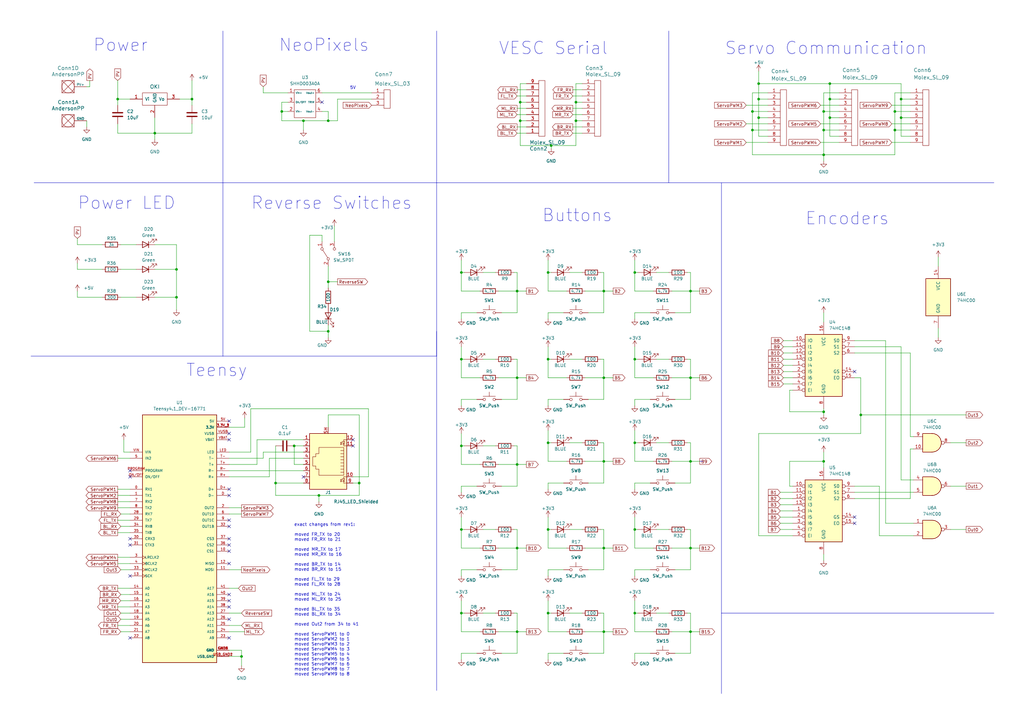
<source format=kicad_sch>
(kicad_sch (version 20230121) (generator eeschema)
  (paper "A3")
  (junction (at 130.81 203.2))
  (junction (at 340.36 40.64))
  (junction (at 260.35 217.17))
  (junction (at 147.32 198.12))
  (junction (at 134.62 115.57))
  (junction (at 247.65 224.79))
  (junction (at 337.82 63.5))
  (junction (at 353.06 170.18))
  (junction (at 337.82 53.34))
  (junction (at 224.79 181.61))
  (junction (at 224.79 217.17))
  (junction (at 283.21 154.94))
  (junction (at 247.65 189.23))
  (junction (at 72.39 110.49))
  (junction (at 189.23 251.46))
  (junction (at 308.61 45.72))
  (junction (at 260.35 181.61))
  (junction (at 260.35 147.32))
  (junction (at 134.62 49.53))
  (junction (at 283.21 259.08))
  (junction (at 189.23 111.76))
  (junction (at 224.79 251.46))
  (junction (at 63.5 54.61))
  (junction (at 308.61 53.34))
  (junction (at 124.46 49.53))
  (junction (at 369.57 40.64))
  (junction (at 212.09 154.94))
  (junction (at 134.62 135.89))
  (junction (at 212.09 224.79))
  (junction (at 189.23 147.32))
  (junction (at 78.74 40.64))
  (junction (at 247.65 119.38))
  (junction (at 340.36 48.26))
  (junction (at 212.09 119.38))
  (junction (at 72.39 121.92))
  (junction (at 213.36 41.91))
  (junction (at 212.09 190.5))
  (junction (at 283.21 189.23))
  (junction (at 213.36 49.53))
  (junction (at 369.57 48.26))
  (junction (at 48.26 40.64))
  (junction (at 212.09 259.08))
  (junction (at 115.57 45.72))
  (junction (at 224.79 111.76))
  (junction (at 226.06 59.69))
  (junction (at 120.65 182.88))
  (junction (at 283.21 119.38))
  (junction (at 340.36 34.29))
  (junction (at 99.06 269.24))
  (junction (at 189.23 182.88))
  (junction (at 367.03 53.34))
  (junction (at 247.65 259.08))
  (junction (at 224.79 147.32))
  (junction (at 311.15 48.26))
  (junction (at 311.15 34.29))
  (junction (at 189.23 217.17))
  (junction (at 311.15 40.64))
  (junction (at 247.65 154.94))
  (junction (at 260.35 111.76))
  (junction (at 260.35 251.46))
  (junction (at 337.82 189.23))
  (junction (at 367.03 45.72))
  (junction (at 337.82 45.72))
  (junction (at 283.21 224.79))
  (junction (at 113.03 198.12))
  (junction (at 236.22 49.53))
  (junction (at 236.22 41.91))
  (junction (at 337.82 168.91))
  (no_connect (at 93.98 246.38))
  (no_connect (at 93.98 231.14))
  (no_connect (at 53.34 261.62))
  (no_connect (at 93.98 177.8))
  (no_connect (at 93.98 254))
  (no_connect (at 93.98 203.2))
  (no_connect (at 53.34 195.58))
  (no_connect (at 350.52 214.63))
  (no_connect (at 93.98 215.9))
  (no_connect (at 93.98 226.06))
  (no_connect (at 93.98 248.92))
  (no_connect (at 93.98 200.66))
  (no_connect (at 144.78 182.88))
  (no_connect (at 132.08 41.91))
  (no_connect (at 53.34 193.04))
  (no_connect (at 53.34 220.98))
  (no_connect (at 93.98 220.98))
  (no_connect (at 350.52 152.4))
  (no_connect (at 350.52 212.09))
  (no_connect (at 124.46 195.58))
  (no_connect (at 93.98 261.62))
  (no_connect (at 53.34 223.52))
  (no_connect (at 93.98 213.36))
  (no_connect (at 93.98 172.72))
  (no_connect (at 93.98 180.34))
  (no_connect (at 53.34 236.22))
  (no_connect (at 93.98 223.52))
  (no_connect (at 93.98 243.84))
  (no_connect (at 144.78 180.34))
  (wire (pts (xy 260.35 233.68) (xy 266.7 233.68)))
  (wire (pts (xy 260.35 251.46) (xy 260.35 259.08)))
  (wire (pts (xy 260.35 106.68) (xy 260.35 111.76)))
  (wire (pts (xy 337.82 128.27) (xy 337.82 132.08)))
  (wire (pts (xy 113.03 182.88) (xy 113.03 198.12)))
  (wire (pts (xy 373.38 184.15) (xy 374.65 184.15)))
  (wire (pts (xy 269.24 251.46) (xy 274.32 251.46)))
  (wire (pts (xy 224.79 233.68) (xy 231.14 233.68)))
  (wire (pts (xy 224.79 270.51) (xy 224.79 267.97)))
  (wire (pts (xy 204.47 154.94) (xy 212.09 154.94)))
  (wire (pts (xy 247.65 111.76) (xy 247.65 119.38)))
  (wire (pts (xy 369.57 196.85) (xy 374.65 196.85)))
  (wire (pts (xy 115.57 45.72) (xy 118.11 45.72)))
  (wire (pts (xy 132.08 38.1) (xy 152.4 38.1)))
  (wire (pts (xy 241.3 267.97) (xy 247.65 267.97)))
  (wire (pts (xy 134.62 133.35) (xy 134.62 135.89)))
  (wire (pts (xy 144.78 195.58) (xy 151.13 195.58)))
  (wire (pts (xy 283.21 267.97) (xy 283.21 259.08)))
  (wire (pts (xy 269.24 181.61) (xy 274.32 181.61)))
  (wire (pts (xy 234.95 52.07) (xy 238.76 52.07)))
  (wire (pts (xy 321.31 144.78) (xy 325.12 144.78)))
  (wire (pts (xy 72.39 110.49) (xy 72.39 121.92)))
  (wire (pts (xy 212.09 111.76) (xy 212.09 119.38)))
  (wire (pts (xy 321.31 139.7) (xy 325.12 139.7)))
  (wire (pts (xy 210.82 182.88) (xy 212.09 182.88)))
  (wire (pts (xy 260.35 217.17) (xy 261.62 217.17)))
  (wire (pts (xy 48.26 213.36) (xy 53.34 213.36)))
  (wire (pts (xy 49.53 121.92) (xy 55.88 121.92)))
  (wire (pts (xy 212.09 154.94) (xy 215.9 154.94)))
  (wire (pts (xy 204.47 190.5) (xy 212.09 190.5)))
  (wire (pts (xy 49.53 210.82) (xy 53.34 210.82)))
  (wire (pts (xy 350.52 199.39) (xy 360.68 199.39)))
  (wire (pts (xy 134.62 170.18) (xy 134.62 175.26)))
  (wire (pts (xy 365.76 58.42) (xy 373.38 58.42)))
  (wire (pts (xy 340.36 40.64) (xy 340.36 48.26)))
  (wire (pts (xy 260.35 176.53) (xy 260.35 181.61)))
  (wire (pts (xy 336.55 58.42) (xy 344.17 58.42)))
  (polyline (pts (xy 274.32 12.7) (xy 274.32 74.93)))
  (polyline (pts (xy 274.32 74.93) (xy 407.67 74.93)))
  (wire (pts (xy 246.38 147.32) (xy 247.65 147.32)))
  (wire (pts (xy 233.68 147.32) (xy 238.76 147.32)))
  (wire (pts (xy 283.21 128.27) (xy 283.21 119.38)))
  (wire (pts (xy 212.09 267.97) (xy 212.09 259.08)))
  (wire (pts (xy 337.82 63.5) (xy 367.03 63.5)))
  (wire (pts (xy 212.09 199.39) (xy 212.09 190.5)))
  (polyline (pts (xy 295.91 251.46) (xy 407.67 251.46)))
  (wire (pts (xy 247.65 233.68) (xy 247.65 224.79)))
  (wire (pts (xy 63.5 54.61) (xy 63.5 57.15)))
  (wire (pts (xy 337.82 53.34) (xy 344.17 53.34)))
  (wire (pts (xy 283.21 147.32) (xy 283.21 154.94)))
  (wire (pts (xy 110.49 187.96) (xy 110.49 195.58)))
  (wire (pts (xy 260.35 154.94) (xy 267.97 154.94)))
  (wire (pts (xy 260.35 246.38) (xy 260.35 251.46)))
  (wire (pts (xy 107.95 187.96) (xy 107.95 185.42)))
  (wire (pts (xy 189.23 217.17) (xy 190.5 217.17)))
  (wire (pts (xy 240.03 224.79) (xy 247.65 224.79)))
  (wire (pts (xy 360.68 219.71) (xy 374.65 219.71)))
  (wire (pts (xy 49.53 254) (xy 53.34 254)))
  (wire (pts (xy 134.62 109.22) (xy 134.62 115.57)))
  (wire (pts (xy 283.21 111.76) (xy 283.21 119.38)))
  (wire (pts (xy 353.06 170.18) (xy 396.24 170.18)))
  (wire (pts (xy 311.15 40.64) (xy 311.15 48.26)))
  (wire (pts (xy 212.09 259.08) (xy 215.9 259.08)))
  (wire (pts (xy 198.12 251.46) (xy 203.2 251.46)))
  (wire (pts (xy 213.36 34.29) (xy 215.9 34.29)))
  (wire (pts (xy 189.23 259.08) (xy 196.85 259.08)))
  (wire (pts (xy 105.41 180.34) (xy 105.41 190.5)))
  (wire (pts (xy 189.23 270.51) (xy 189.23 267.97)))
  (wire (pts (xy 93.98 187.96) (xy 107.95 187.96)))
  (wire (pts (xy 269.24 147.32) (xy 274.32 147.32)))
  (wire (pts (xy 224.79 217.17) (xy 224.79 224.79)))
  (wire (pts (xy 189.23 177.8) (xy 189.23 182.88)))
  (wire (pts (xy 189.23 251.46) (xy 190.5 251.46)))
  (wire (pts (xy 31.75 110.49) (xy 31.75 107.95)))
  (wire (pts (xy 120.65 190.5) (xy 120.65 182.88)))
  (wire (pts (xy 236.22 41.91) (xy 236.22 49.53)))
  (wire (pts (xy 344.17 55.88) (xy 340.36 55.88)))
  (wire (pts (xy 210.82 251.46) (xy 212.09 251.46)))
  (wire (pts (xy 350.52 139.7) (xy 363.22 139.7)))
  (wire (pts (xy 189.23 106.68) (xy 189.23 111.76)))
  (polyline (pts (xy 179.07 74.93) (xy 274.32 74.93)))
  (wire (pts (xy 134.62 45.72) (xy 134.62 49.53)))
  (wire (pts (xy 373.38 144.78) (xy 373.38 179.07)))
  (wire (pts (xy 138.43 40.64) (xy 138.43 49.53)))
  (wire (pts (xy 113.03 203.2) (xy 130.81 203.2)))
  (wire (pts (xy 260.35 251.46) (xy 261.62 251.46)))
  (wire (pts (xy 212.09 52.07) (xy 215.9 52.07)))
  (wire (pts (xy 311.15 48.26) (xy 311.15 55.88)))
  (wire (pts (xy 260.35 236.22) (xy 260.35 233.68)))
  (wire (pts (xy 247.65 224.79) (xy 251.46 224.79)))
  (polyline (pts (xy 295.91 251.46) (xy 295.91 284.48)))
  (wire (pts (xy 144.78 198.12) (xy 147.32 198.12)))
  (wire (pts (xy 281.94 251.46) (xy 283.21 251.46)))
  (wire (pts (xy 337.82 167.64) (xy 337.82 168.91)))
  (wire (pts (xy 198.12 111.76) (xy 203.2 111.76)))
  (wire (pts (xy 48.26 248.92) (xy 53.34 248.92)))
  (wire (pts (xy 308.61 53.34) (xy 308.61 63.5)))
  (wire (pts (xy 260.35 212.09) (xy 260.35 217.17)))
  (wire (pts (xy 234.95 44.45) (xy 238.76 44.45)))
  (wire (pts (xy 367.03 45.72) (xy 373.38 45.72)))
  (wire (pts (xy 260.35 147.32) (xy 261.62 147.32)))
  (wire (pts (xy 367.03 38.1) (xy 367.03 45.72)))
  (wire (pts (xy 124.46 49.53) (xy 134.62 49.53)))
  (wire (pts (xy 212.09 46.99) (xy 215.9 46.99)))
  (wire (pts (xy 134.62 115.57) (xy 134.62 118.11)))
  (wire (pts (xy 147.32 198.12) (xy 147.32 203.2)))
  (wire (pts (xy 212.09 251.46) (xy 212.09 259.08)))
  (wire (pts (xy 260.35 267.97) (xy 266.7 267.97)))
  (wire (pts (xy 49.53 110.49) (xy 55.88 110.49)))
  (wire (pts (xy 260.35 181.61) (xy 261.62 181.61)))
  (wire (pts (xy 260.35 163.83) (xy 266.7 163.83)))
  (wire (pts (xy 213.36 34.29) (xy 213.36 41.91)))
  (wire (pts (xy 234.95 54.61) (xy 238.76 54.61)))
  (wire (pts (xy 210.82 147.32) (xy 212.09 147.32)))
  (wire (pts (xy 306.07 43.18) (xy 314.96 43.18)))
  (wire (pts (xy 212.09 39.37) (xy 215.9 39.37)))
  (wire (pts (xy 350.52 144.78) (xy 373.38 144.78)))
  (wire (pts (xy 241.3 198.12) (xy 247.65 198.12)))
  (wire (pts (xy 269.24 111.76) (xy 274.32 111.76)))
  (wire (pts (xy 78.74 40.64) (xy 78.74 43.18)))
  (wire (pts (xy 337.82 53.34) (xy 337.82 63.5)))
  (wire (pts (xy 283.21 181.61) (xy 283.21 189.23)))
  (wire (pts (xy 189.23 251.46) (xy 189.23 259.08)))
  (wire (pts (xy 260.35 142.24) (xy 260.35 147.32)))
  (wire (pts (xy 311.15 177.8) (xy 353.06 177.8)))
  (wire (pts (xy 236.22 49.53) (xy 238.76 49.53)))
  (wire (pts (xy 48.26 208.28) (xy 53.34 208.28)))
  (wire (pts (xy 233.68 111.76) (xy 238.76 111.76)))
  (wire (pts (xy 363.22 139.7) (xy 363.22 214.63)))
  (wire (pts (xy 93.98 210.82) (xy 99.06 210.82)))
  (wire (pts (xy 260.35 198.12) (xy 266.7 198.12)))
  (wire (pts (xy 115.57 41.91) (xy 115.57 45.72)))
  (wire (pts (xy 281.94 181.61) (xy 283.21 181.61)))
  (wire (pts (xy 224.79 176.53) (xy 224.79 181.61)))
  (wire (pts (xy 224.79 147.32) (xy 226.06 147.32)))
  (wire (pts (xy 147.32 170.18) (xy 147.32 198.12)))
  (wire (pts (xy 189.23 147.32) (xy 190.5 147.32)))
  (wire (pts (xy 49.53 100.33) (xy 55.88 100.33)))
  (wire (pts (xy 236.22 41.91) (xy 238.76 41.91)))
  (wire (pts (xy 336.55 50.8) (xy 344.17 50.8)))
  (wire (pts (xy 320.04 214.63) (xy 325.12 214.63)))
  (wire (pts (xy 311.15 177.8) (xy 311.15 219.71)))
  (wire (pts (xy 275.59 154.94) (xy 283.21 154.94)))
  (wire (pts (xy 275.59 259.08) (xy 283.21 259.08)))
  (wire (pts (xy 205.74 233.68) (xy 212.09 233.68)))
  (wire (pts (xy 325.12 199.39) (xy 323.85 199.39)))
  (wire (pts (xy 240.03 189.23) (xy 247.65 189.23)))
  (wire (pts (xy 31.75 121.92) (xy 31.75 119.38)))
  (wire (pts (xy 260.35 128.27) (xy 266.7 128.27)))
  (wire (pts (xy 340.36 48.26) (xy 340.36 55.88)))
  (wire (pts (xy 48.26 187.96) (xy 53.34 187.96)))
  (wire (pts (xy 212.09 128.27) (xy 212.09 119.38)))
  (wire (pts (xy 134.62 45.72) (xy 132.08 45.72)))
  (wire (pts (xy 224.79 111.76) (xy 224.79 119.38)))
  (wire (pts (xy 247.65 251.46) (xy 247.65 259.08)))
  (wire (pts (xy 337.82 185.42) (xy 337.82 189.23)))
  (wire (pts (xy 224.79 128.27) (xy 231.14 128.27)))
  (wire (pts (xy 189.23 182.88) (xy 190.5 182.88)))
  (wire (pts (xy 321.31 154.94) (xy 325.12 154.94)))
  (wire (pts (xy 367.03 53.34) (xy 367.03 63.5)))
  (wire (pts (xy 337.82 45.72) (xy 337.82 53.34)))
  (wire (pts (xy 276.86 198.12) (xy 283.21 198.12)))
  (wire (pts (xy 41.91 121.92) (xy 31.75 121.92)))
  (wire (pts (xy 224.79 166.37) (xy 224.79 163.83)))
  (wire (pts (xy 189.23 182.88) (xy 189.23 190.5)))
  (wire (pts (xy 93.98 269.24) (xy 99.06 269.24)))
  (wire (pts (xy 73.66 40.64) (xy 78.74 40.64)))
  (wire (pts (xy 283.21 119.38) (xy 287.02 119.38)))
  (wire (pts (xy 369.57 34.29) (xy 369.57 40.64)))
  (wire (pts (xy 107.95 185.42) (xy 124.46 185.42)))
  (wire (pts (xy 247.65 267.97) (xy 247.65 259.08)))
  (wire (pts (xy 224.79 181.61) (xy 224.79 189.23)))
  (wire (pts (xy 134.62 138.43) (xy 134.62 135.89)))
  (wire (pts (xy 340.36 34.29) (xy 340.36 40.64)))
  (wire (pts (xy 189.23 236.22) (xy 189.23 233.68)))
  (wire (pts (xy 260.35 217.17) (xy 260.35 224.79)))
  (wire (pts (xy 189.23 233.68) (xy 195.58 233.68)))
  (wire (pts (xy 350.52 142.24) (xy 369.57 142.24)))
  (wire (pts (xy 93.98 193.04) (xy 124.46 193.04)))
  (wire (pts (xy 260.35 224.79) (xy 267.97 224.79)))
  (polyline (pts (xy 287.02 189.23) (xy 288.29 189.23)))
  (wire (pts (xy 369.57 40.64) (xy 373.38 40.64)))
  (wire (pts (xy 127 96.52) (xy 127 135.89)))
  (wire (pts (xy 107.95 38.1) (xy 118.11 38.1)))
  (wire (pts (xy 246.38 111.76) (xy 247.65 111.76)))
  (wire (pts (xy 48.26 205.74) (xy 53.34 205.74)))
  (wire (pts (xy 241.3 233.68) (xy 247.65 233.68)))
  (wire (pts (xy 281.94 217.17) (xy 283.21 217.17)))
  (wire (pts (xy 260.35 181.61) (xy 260.35 189.23)))
  (wire (pts (xy 260.35 111.76) (xy 260.35 119.38)))
  (wire (pts (xy 320.04 212.09) (xy 325.12 212.09)))
  (wire (pts (xy 260.35 166.37) (xy 260.35 163.83)))
  (wire (pts (xy 323.85 199.39) (xy 323.85 189.23)))
  (polyline (pts (xy 179.07 12.7) (xy 179.07 74.93)))
  (wire (pts (xy 93.98 208.28) (xy 99.06 208.28)))
  (wire (pts (xy 189.23 142.24) (xy 189.23 147.32)))
  (wire (pts (xy 138.43 40.64) (xy 152.4 40.64)))
  (wire (pts (xy 204.47 224.79) (xy 212.09 224.79)))
  (wire (pts (xy 283.21 217.17) (xy 283.21 224.79)))
  (wire (pts (xy 276.86 267.97) (xy 283.21 267.97)))
  (wire (pts (xy 48.26 241.3) (xy 53.34 241.3)))
  (wire (pts (xy 260.35 270.51) (xy 260.35 267.97)))
  (wire (pts (xy 311.15 34.29) (xy 340.36 34.29)))
  (wire (pts (xy 118.11 41.91) (xy 115.57 41.91)))
  (wire (pts (xy 260.35 259.08) (xy 267.97 259.08)))
  (wire (pts (xy 369.57 40.64) (xy 369.57 48.26)))
  (wire (pts (xy 246.38 251.46) (xy 247.65 251.46)))
  (wire (pts (xy 212.09 36.83) (xy 215.9 36.83)))
  (wire (pts (xy 78.74 40.64) (xy 78.74 33.02)))
  (wire (pts (xy 224.79 246.38) (xy 224.79 251.46)))
  (wire (pts (xy 93.98 251.46) (xy 99.06 251.46)))
  (wire (pts (xy 48.26 256.54) (xy 53.34 256.54)))
  (wire (pts (xy 189.23 199.39) (xy 195.58 199.39)))
  (wire (pts (xy 236.22 34.29) (xy 236.22 41.91)))
  (wire (pts (xy 224.79 147.32) (xy 224.79 154.94)))
  (wire (pts (xy 337.82 227.33) (xy 337.82 229.87)))
  (wire (pts (xy 210.82 111.76) (xy 212.09 111.76)))
  (wire (pts (xy 233.68 251.46) (xy 238.76 251.46)))
  (wire (pts (xy 369.57 55.88) (xy 373.38 55.88)))
  (wire (pts (xy 337.82 38.1) (xy 337.82 45.72)))
  (wire (pts (xy 99.06 269.24) (xy 99.06 273.05)))
  (wire (pts (xy 247.65 147.32) (xy 247.65 154.94)))
  (wire (pts (xy 198.12 147.32) (xy 203.2 147.32)))
  (wire (pts (xy 360.68 199.39) (xy 360.68 219.71)))
  (wire (pts (xy 224.79 130.81) (xy 224.79 128.27)))
  (wire (pts (xy 134.62 135.89) (xy 127 135.89)))
  (polyline (pts (xy 91.44 146.05) (xy 179.07 146.05)))
  (wire (pts (xy 212.09 182.88) (xy 212.09 190.5)))
  (wire (pts (xy 224.79 181.61) (xy 226.06 181.61)))
  (wire (pts (xy 189.23 119.38) (xy 196.85 119.38)))
  (wire (pts (xy 115.57 49.53) (xy 124.46 49.53)))
  (wire (pts (xy 236.22 49.53) (xy 236.22 59.69)))
  (wire (pts (xy 363.22 214.63) (xy 374.65 214.63)))
  (wire (pts (xy 247.65 181.61) (xy 247.65 189.23)))
  (wire (pts (xy 189.23 190.5) (xy 196.85 190.5)))
  (wire (pts (xy 283.21 224.79) (xy 287.02 224.79)))
  (polyline (pts (xy 179.07 146.05) (xy 179.07 135.89)))
  (wire (pts (xy 224.79 224.79) (xy 232.41 224.79)))
  (wire (pts (xy 93.98 256.54) (xy 99.06 256.54)))
  (wire (pts (xy 138.43 115.57) (xy 134.62 115.57)))
  (wire (pts (xy 247.65 163.83) (xy 247.65 154.94)))
  (wire (pts (xy 353.06 154.94) (xy 353.06 170.18)))
  (wire (pts (xy 124.46 187.96) (xy 110.49 187.96)))
  (wire (pts (xy 63.5 121.92) (xy 72.39 121.92)))
  (wire (pts (xy 93.98 259.08) (xy 100.33 259.08)))
  (wire (pts (xy 308.61 45.72) (xy 308.61 53.34)))
  (wire (pts (xy 213.36 49.53) (xy 213.36 59.69)))
  (wire (pts (xy 283.21 189.23) (xy 287.02 189.23)))
  (wire (pts (xy 260.35 147.32) (xy 260.35 154.94)))
  (wire (pts (xy 234.95 46.99) (xy 238.76 46.99)))
  (wire (pts (xy 151.13 167.64) (xy 151.13 195.58)))
  (wire (pts (xy 205.74 199.39) (xy 212.09 199.39)))
  (wire (pts (xy 224.79 111.76) (xy 226.06 111.76)))
  (wire (pts (xy 283.21 163.83) (xy 283.21 154.94)))
  (wire (pts (xy 246.38 181.61) (xy 247.65 181.61)))
  (wire (pts (xy 63.5 100.33) (xy 72.39 100.33)))
  (wire (pts (xy 241.3 128.27) (xy 247.65 128.27)))
  (wire (pts (xy 367.03 45.72) (xy 367.03 53.34)))
  (wire (pts (xy 48.26 40.64) (xy 53.34 40.64)))
  (wire (pts (xy 369.57 142.24) (xy 369.57 196.85)))
  (wire (pts (xy 275.59 224.79) (xy 283.21 224.79)))
  (wire (pts (xy 247.65 198.12) (xy 247.65 189.23)))
  (wire (pts (xy 53.34 185.42) (xy 50.8 185.42)))
  (wire (pts (xy 48.26 228.6) (xy 53.34 228.6)))
  (wire (pts (xy 323.85 168.91) (xy 337.82 168.91)))
  (wire (pts (xy 224.79 217.17) (xy 226.06 217.17)))
  (wire (pts (xy 247.65 189.23) (xy 251.46 189.23)))
  (wire (pts (xy 276.86 128.27) (xy 283.21 128.27)))
  (wire (pts (xy 49.53 246.38) (xy 53.34 246.38)))
  (wire (pts (xy 93.98 233.68) (xy 99.06 233.68)))
  (wire (pts (xy 337.82 63.5) (xy 337.82 66.04)))
  (wire (pts (xy 321.31 142.24) (xy 325.12 142.24)))
  (wire (pts (xy 224.79 259.08) (xy 232.41 259.08)))
  (wire (pts (xy 283.21 198.12) (xy 283.21 189.23)))
  (wire (pts (xy 49.53 243.84) (xy 53.34 243.84)))
  (wire (pts (xy 72.39 121.92) (xy 72.39 127)))
  (wire (pts (xy 373.38 204.47) (xy 373.38 184.15)))
  (wire (pts (xy 365.76 43.18) (xy 373.38 43.18)))
  (wire (pts (xy 320.04 217.17) (xy 325.12 217.17)))
  (wire (pts (xy 224.79 267.97) (xy 231.14 267.97)))
  (wire (pts (xy 127 96.52) (xy 132.08 96.52)))
  (wire (pts (xy 281.94 111.76) (xy 283.21 111.76)))
  (wire (pts (xy 224.79 189.23) (xy 232.41 189.23)))
  (wire (pts (xy 204.47 259.08) (xy 212.09 259.08)))
  (wire (pts (xy 212.09 119.38) (xy 215.9 119.38)))
  (wire (pts (xy 260.35 189.23) (xy 267.97 189.23)))
  (wire (pts (xy 384.81 134.62) (xy 384.81 138.43)))
  (wire (pts (xy 224.79 251.46) (xy 224.79 259.08)))
  (wire (pts (xy 350.52 201.93) (xy 374.65 201.93)))
  (wire (pts (xy 36.83 33.02) (xy 36.83 35.56)))
  (wire (pts (xy 311.15 34.29) (xy 311.15 40.64)))
  (wire (pts (xy 99.06 266.7) (xy 99.06 269.24)))
  (wire (pts (xy 337.82 38.1) (xy 344.17 38.1)))
  (wire (pts (xy 311.15 48.26) (xy 314.96 48.26)))
  (wire (pts (xy 48.26 50.8) (xy 48.26 54.61)))
  (wire (pts (xy 260.35 130.81) (xy 260.35 128.27)))
  (wire (pts (xy 373.38 38.1) (xy 367.03 38.1)))
  (wire (pts (xy 124.46 190.5) (xy 120.65 190.5)))
  (wire (pts (xy 224.79 198.12) (xy 231.14 198.12)))
  (wire (pts (xy 353.06 154.94) (xy 350.52 154.94)))
  (wire (pts (xy 189.23 217.17) (xy 189.23 224.79)))
  (wire (pts (xy 100.33 171.45) (xy 100.33 175.26)))
  (wire (pts (xy 238.76 34.29) (xy 236.22 34.29)))
  (wire (pts (xy 210.82 217.17) (xy 212.09 217.17)))
  (wire (pts (xy 224.79 119.38) (xy 232.41 119.38)))
  (wire (pts (xy 35.56 49.53) (xy 35.56 52.07)))
  (wire (pts (xy 48.26 40.64) (xy 48.26 43.18)))
  (polyline (pts (xy 91.44 12.7) (xy 91.44 74.93)))
  (wire (pts (xy 369.57 48.26) (xy 373.38 48.26)))
  (wire (pts (xy 365.76 50.8) (xy 373.38 50.8)))
  (wire (pts (xy 373.38 179.07) (xy 374.65 179.07)))
  (wire (pts (xy 212.09 147.32) (xy 212.09 154.94)))
  (wire (pts (xy 63.5 110.49) (xy 72.39 110.49)))
  (wire (pts (xy 72.39 100.33) (xy 72.39 110.49)))
  (wire (pts (xy 224.79 251.46) (xy 226.06 251.46)))
  (wire (pts (xy 205.74 267.97) (xy 212.09 267.97)))
  (wire (pts (xy 240.03 119.38) (xy 247.65 119.38)))
  (wire (pts (xy 337.82 170.18) (xy 337.82 168.91)))
  (wire (pts (xy 337.82 189.23) (xy 337.82 191.77)))
  (wire (pts (xy 132.08 96.52) (xy 132.08 99.06)))
  (wire (pts (xy 306.07 50.8) (xy 314.96 50.8)))
  (wire (pts (xy 189.23 163.83) (xy 195.58 163.83)))
  (wire (pts (xy 233.68 217.17) (xy 238.76 217.17)))
  (wire (pts (xy 340.36 48.26) (xy 344.17 48.26)))
  (wire (pts (xy 320.04 201.93) (xy 325.12 201.93)))
  (wire (pts (xy 308.61 45.72) (xy 314.96 45.72)))
  (wire (pts (xy 48.26 218.44) (xy 53.34 218.44)))
  (wire (pts (xy 93.98 185.42) (xy 102.87 185.42)))
  (wire (pts (xy 233.68 181.61) (xy 238.76 181.61)))
  (wire (pts (xy 198.12 217.17) (xy 203.2 217.17)))
  (wire (pts (xy 49.53 259.08) (xy 53.34 259.08)))
  (wire (pts (xy 189.23 201.93) (xy 189.23 199.39)))
  (wire (pts (xy 283.21 251.46) (xy 283.21 259.08)))
  (wire (pts (xy 240.03 259.08) (xy 247.65 259.08)))
  (wire (pts (xy 31.75 110.49) (xy 41.91 110.49)))
  (wire (pts (xy 320.04 204.47) (xy 325.12 204.47)))
  (wire (pts (xy 49.53 215.9) (xy 53.34 215.9)))
  (wire (pts (xy 93.98 266.7) (xy 99.06 266.7)))
  (wire (pts (xy 340.36 34.29) (xy 369.57 34.29)))
  (wire (pts (xy 36.83 35.56) (xy 35.56 35.56)))
  (wire (pts (xy 323.85 160.02) (xy 325.12 160.02)))
  (wire (pts (xy 321.31 157.48) (xy 325.12 157.48)))
  (wire (pts (xy 308.61 63.5) (xy 337.82 63.5)))
  (wire (pts (xy 224.79 163.83) (xy 231.14 163.83)))
  (wire (pts (xy 311.15 219.71) (xy 325.12 219.71)))
  (wire (pts (xy 314.96 38.1) (xy 308.61 38.1)))
  (wire (pts (xy 49.53 251.46) (xy 53.34 251.46)))
  (wire (pts (xy 224.79 154.94) (xy 232.41 154.94)))
  (wire (pts (xy 224.79 142.24) (xy 224.79 147.32)))
  (wire (pts (xy 260.35 200.66) (xy 260.35 198.12)))
  (wire (pts (xy 337.82 45.72) (xy 344.17 45.72)))
  (wire (pts (xy 321.31 152.4) (xy 325.12 152.4)))
  (wire (pts (xy 247.65 128.27) (xy 247.65 119.38)))
  (wire (pts (xy 320.04 207.01) (xy 325.12 207.01)))
  (wire (pts (xy 389.89 217.17) (xy 396.24 217.17)))
  (wire (pts (xy 124.46 180.34) (xy 105.41 180.34)))
  (wire (pts (xy 31.75 100.33) (xy 41.91 100.33)))
  (wire (pts (xy 226.06 60.96) (xy 226.06 59.69)))
  (polyline (pts (xy 179.07 146.05) (xy 179.07 74.93)))
  (wire (pts (xy 213.36 41.91) (xy 215.9 41.91)))
  (wire (pts (xy 198.12 182.88) (xy 203.2 182.88)))
  (wire (pts (xy 367.03 53.34) (xy 373.38 53.34)))
  (wire (pts (xy 78.74 50.8) (xy 78.74 54.61)))
  (wire (pts (xy 50.8 185.42) (xy 50.8 180.34)))
  (wire (pts (xy 124.46 49.53) (xy 124.46 53.34)))
  (wire (pts (xy 48.26 200.66) (xy 53.34 200.66)))
  (wire (pts (xy 93.98 241.3) (xy 97.79 241.3)))
  (wire (pts (xy 130.81 203.2) (xy 130.81 205.74)))
  (wire (pts (xy 340.36 40.64) (xy 344.17 40.64)))
  (wire (pts (xy 213.36 49.53) (xy 215.9 49.53)))
  (wire (pts (xy 337.82 189.23) (xy 323.85 189.23)))
  (wire (pts (xy 189.23 166.37) (xy 189.23 163.83)))
  (wire (pts (xy 384.81 105.41) (xy 384.81 109.22)))
  (wire (pts (xy 247.65 119.38) (xy 251.46 119.38)))
  (wire (pts (xy 308.61 53.34) (xy 314.96 53.34)))
  (wire (pts (xy 63.5 48.26) (xy 63.5 54.61)))
  (wire (pts (xy 275.59 189.23) (xy 283.21 189.23)))
  (wire (pts (xy 134.62 170.18) (xy 147.32 170.18)))
  (wire (pts (xy 212.09 217.17) (xy 212.09 224.79)))
  (wire (pts (xy 213.36 59.69) (xy 226.06 59.69)))
  (wire (pts (xy 306.07 58.42) (xy 314.96 58.42)))
  (wire (pts (xy 224.79 200.66) (xy 224.79 198.12)))
  (wire (pts (xy 113.03 198.12) (xy 113.03 203.2)))
  (wire (pts (xy 107.95 35.56) (xy 107.95 38.1)))
  (wire (pts (xy 212.09 163.83) (xy 212.09 154.94)))
  (wire (pts (xy 323.85 160.02) (xy 323.85 168.91)))
  (wire (pts (xy 224.79 212.09) (xy 224.79 217.17)))
  (wire (pts (xy 212.09 190.5) (xy 215.9 190.5)))
  (wire (pts (xy 389.89 199.39) (xy 396.24 199.39)))
  (wire (pts (xy 115.57 45.72) (xy 115.57 49.53)))
  (wire (pts (xy 212.09 44.45) (xy 215.9 44.45)))
  (wire (pts (xy 189.23 267.97) (xy 195.58 267.97)))
  (wire (pts (xy 275.59 119.38) (xy 283.21 119.38)))
  (wire (pts (xy 130.81 203.2) (xy 147.32 203.2)))
  (polyline (pts (xy 13.97 74.93) (xy 91.44 74.93)))
  (wire (pts (xy 110.49 195.58) (xy 93.98 195.58)))
  (wire (pts (xy 226.06 59.69) (xy 236.22 59.69)))
  (wire (pts (xy 213.36 41.91) (xy 213.36 49.53)))
  (polyline (pts (xy 12.7 146.05) (xy 91.44 146.05)))
  (wire (pts (xy 189.23 246.38) (xy 189.23 251.46)))
  (wire (pts (xy 260.35 119.38) (xy 267.97 119.38)))
  (wire (pts (xy 48.26 203.2) (xy 53.34 203.2)))
  (wire (pts (xy 105.41 190.5) (xy 93.98 190.5)))
  (wire (pts (xy 137.16 92.71) (xy 137.16 99.06)))
  (wire (pts (xy 283.21 259.08) (xy 287.02 259.08)))
  (wire (pts (xy 189.23 128.27) (xy 195.58 128.27)))
  (wire (pts (xy 276.86 163.83) (xy 283.21 163.83)))
  (wire (pts (xy 247.65 154.94) (xy 251.46 154.94)))
  (wire (pts (xy 212.09 224.79) (xy 215.9 224.79)))
  (wire (pts (xy 234.95 39.37) (xy 238.76 39.37)))
  (wire (pts (xy 311.15 55.88) (xy 314.96 55.88)))
  (wire (pts (xy 189.23 147.32) (xy 189.23 154.94)))
  (wire (pts (xy 48.26 231.14) (xy 53.34 231.14)))
  (wire (pts (xy 260.35 111.76) (xy 261.62 111.76)))
  (wire (pts (xy 48.26 54.61) (xy 63.5 54.61)))
  (wire (pts (xy 353.06 177.8) (xy 353.06 170.18)))
  (wire (pts (xy 281.94 147.32) (xy 283.21 147.32)))
  (polyline (pts (xy 179.07 146.05) (xy 179.07 283.21)))
  (wire (pts (xy 48.26 33.02) (xy 48.26 40.64)))
  (wire (pts (xy 283.21 233.68) (xy 283.21 224.79)))
  (wire (pts (xy 224.79 236.22) (xy 224.79 233.68)))
  (wire (pts (xy 276.86 233.68) (xy 283.21 233.68)))
  (wire (pts (xy 120.65 182.88) (xy 124.46 182.88)))
  (wire (pts (xy 350.52 204.47) (xy 373.38 204.47)))
  (wire (pts (xy 93.98 175.26) (xy 100.33 175.26)))
  (wire (pts (xy 311.15 40.64) (xy 314.96 40.64)))
  (wire (pts (xy 138.43 49.53) (xy 134.62 49.53)))
  (wire (pts (xy 113.03 198.12) (xy 124.46 198.12)))
  (wire (pts (xy 31.75 97.79) (xy 31.75 100.33)))
  (wire (pts (xy 321.31 147.32) (xy 325.12 147.32)))
  (wire (pts (xy 308.61 38.1) (xy 308.61 45.72)))
  (wire (pts (xy 212.09 233.68) (xy 212.09 224.79)))
  (wire (pts (xy 189.23 154.94) (xy 196.85 154.94)))
  (wire (pts (xy 49.53 233.68) (xy 53.34 233.68)))
  (wire (pts (xy 369.57 48.26) (xy 369.57 55.88)))
  (wire (pts (xy 102.87 167.64) (xy 102.87 185.42)))
  (wire (pts (xy 151.13 167.64) (xy 102.87 167.64)))
  (wire (pts (xy 247.65 259.08) (xy 251.46 259.08)))
  (polyline (pts (xy 91.44 74.93) (xy 179.07 74.93)))
  (polyline (pts (xy 91.44 74.93) (xy 91.44 146.05)))
  (wire (pts (xy 311.15 29.21) (xy 311.15 34.29)))
  (wire (pts (xy 336.55 43.18) (xy 344.17 43.18)))
  (wire (pts (xy 320.04 209.55) (xy 325.12 209.55)))
  (wire (pts (xy 205.74 163.83) (xy 212.09 163.83)))
  (wire (pts (xy 189.23 224.79) (xy 196.85 224.79)))
  (wire (pts (xy 241.3 163.83) (xy 247.65 163.83)))
  (wire (pts (xy 247.65 217.17) (xy 247.65 224.79)))
  (wire (pts (xy 204.47 119.38) (xy 212.09 119.38)))
  (wire (pts (xy 189.23 111.76) (xy 190.5 111.76)))
  (wire (pts (xy 269.24 217.17) (xy 274.32 217.17)))
  (wire (pts (xy 212.09 54.61) (xy 215.9 54.61)))
  (wire (pts (xy 189.23 111.76) (xy 189.23 119.38)))
  (wire (pts (xy 205.74 128.27) (xy 212.09 128.27)))
  (wire (pts (xy 189.23 130.81) (xy 189.23 128.27)))
  (wire (pts (xy 240.03 154.94) (xy 247.65 154.94)))
  (polyline (pts (xy 295.91 74.93) (xy 295.91 251.46)))
  (wire (pts (xy 78.74 54.61) (xy 63.5 54.61)))
  (wire (pts (xy 321.31 149.86) (xy 325.12 149.86)))
  (wire (pts (xy 246.38 217.17) (xy 247.65 217.17)))
  (wire (pts (xy 189.23 212.09) (xy 189.23 217.17)))
  (wire (pts (xy 283.21 154.94) (xy 287.02 154.94)))
  (wire (pts (xy 234.95 36.83) (xy 238.76 36.83)))
  (wire (pts (xy 389.89 181.61) (xy 396.24 181.61)))
  (wire (pts (xy 224.79 106.68) (xy 224.79 111.76)))
  (text "Teensy" (at 76.2 154.94 0) (effects (font (size 5.08 5.08)) (justify left bottom)))
  (text "Reverse Switches" (at 102.87 86.36 0) (effects (font (size 5.08 5.08)) (justify left bottom)))
  (text "NeoPixels" (at 114.3 21.59 0) (effects (font (size 5.08 5.08)) (justify left bottom)))
  (text "exact changes from rev1:\n\nmoved FR_TX to 20\nmoved FR_RX to 21\n\nmoved MR_TX to 17\nmoved MR_RX to 16\n\nmoved BR_TX to 14\nmoved BR_RX to 15\n\nmoved FL_TX to 29\nmoved FL_RX to 28\n\nmoved ML_TX to 24\nmoved ML_RX to 25\n\nmoved BL_TX to 35\nmoved BL_RX to 34\n\nmoved Out2 from 34 to 41\n\nmoved ServoPWM1 to 0\nmoved ServoPWM2 to 1\nmoved ServoPWM3 to 2\nmoved ServoPWM4 to 3\nmoved ServoPWM5 to 4\nmoved ServoPWM6 to 5\nmoved ServoPWM7 to 6\nmoved ServoPWM8 to 7\nmoved ServoPWM9 to 8\n\n" (at 120.65 279.4 0) (effects (font (size 1.27 1.27)) (justify left bottom)))
  (text "Power" (at 38.1 21.59 0) (effects (font (size 5.08 5.08)) (justify left bottom)))
  (text "5V" (at 143.51 36.83 0) (effects (font (size 1.27 1.27)) (justify left bottom)))
  (text "Buttons" (at 222.25 91.44 0) (effects (font (size 5.08 5.08)) (justify left bottom)))
  (text "Power LED" (at 31.75 86.36 0) (effects (font (size 5.08 5.08)) (justify left bottom)))
  (text "Servo Communication" (at 297.18 22.86 0) (effects (font (size 5.08 5.08)) (justify left bottom)))
  (text "Encoders" (at 330.2 92.71 0) (effects (font (size 5.08 5.08)) (justify left bottom)))
  (text "VESC Serial" (at 204.47 22.86 0) (effects (font (size 5.08 5.08)) (justify left bottom)))
  (global_label "B8" (shape input) (at 321.31 139.7 180) (property "Intersheetrefs" "${INTERSHEET_REFS}" (effects hide)))
  (global_label "ServoPWM6" (shape input) (at 336.55 43.18 180) (property "Intersheetrefs" "${INTERSHEET_REFS}" (effects hide)))
  (global_label "Out1" (shape output) (at 396.24 199.39 0) (property "Intersheetrefs" "${INTERSHEET_REFS}" (effects hide)))
  (global_label "BL_RX" (shape input) (at 49.53 215.9 180) (property "Intersheetrefs" "${INTERSHEET_REFS}" (effects hide)))
  (global_label "Out2" (shape output) (at 396.24 181.61 0) (property "Intersheetrefs" "${INTERSHEET_REFS}" (effects hide)))
  (global_label "PV" (shape input) (at 48.26 33.02 90) (property "Intersheetrefs" "${INTERSHEET_REFS}" (effects hide)))
  (global_label "PV" (shape input) (at 31.75 97.79 90) (property "Intersheetrefs" "${INTERSHEET_REFS}" (effects hide)))
  (global_label "NeoPixels" (shape output) (at 99.06 233.68 0) (property "Intersheetrefs" "${INTERSHEET_REFS}" (effects hide)))
  (global_label "B15" (shape input) (at 321.31 157.48 180) (property "Intersheetrefs" "${INTERSHEET_REFS}" (effects hide)))
  (global_label "ServoPWM1" (shape input) (at 306.07 58.42 180) (property "Intersheetrefs" "${INTERSHEET_REFS}" (effects hide)))
  (global_label "ReverseSW" (shape output) (at 138.43 115.57 0) (property "Intersheetrefs" "${INTERSHEET_REFS}" (effects hide)))
  (global_label "ServoPWM5" (shape input) (at 336.55 50.8 180) (property "Intersheetrefs" "${INTERSHEET_REFS}" (effects hide)))
  (global_label "B1" (shape output) (at 215.9 119.38 0) (property "Intersheetrefs" "${INTERSHEET_REFS}" (effects hide)))
  (global_label "B8" (shape output) (at 251.46 189.23 0) (property "Intersheetrefs" "${INTERSHEET_REFS}" (effects hide)))
  (global_label "ML_TX" (shape input) (at 212.09 46.99 180) (property "Intersheetrefs" "${INTERSHEET_REFS}" (effects hide)))
  (global_label "ML_TX" (shape output) (at 100.33 259.08 0) (property "Intersheetrefs" "${INTERSHEET_REFS}" (effects hide)))
  (global_label "Out2" (shape input) (at 97.79 241.3 0) (property "Intersheetrefs" "${INTERSHEET_REFS}" (effects hide)))
  (global_label "B11" (shape output) (at 251.46 224.79 0) (property "Intersheetrefs" "${INTERSHEET_REFS}" (effects hide)))
  (global_label "FR_TX" (shape input) (at 234.95 39.37 180) (property "Intersheetrefs" "${INTERSHEET_REFS}" (effects hide)))
  (global_label "PV" (shape input) (at 107.95 35.56 90) (property "Intersheetrefs" "${INTERSHEET_REFS}" (effects hide)))
  (global_label "ServoPWM6" (shape output) (at 48.26 187.96 180) (property "Intersheetrefs" "${INTERSHEET_REFS}" (effects hide)))
  (global_label "Out0" (shape input) (at 49.53 254 180) (property "Intersheetrefs" "${INTERSHEET_REFS}" (effects hide)))
  (global_label "ReverseSW" (shape input) (at 99.06 251.46 0) (property "Intersheetrefs" "${INTERSHEET_REFS}" (effects hide)))
  (global_label "B14" (shape output) (at 251.46 259.08 0) (property "Intersheetrefs" "${INTERSHEET_REFS}" (effects hide)))
  (global_label "B2" (shape output) (at 251.46 119.38 0) (property "Intersheetrefs" "${INTERSHEET_REFS}" (effects hide)))
  (global_label "B1" (shape input) (at 320.04 201.93 180) (property "Intersheetrefs" "${INTERSHEET_REFS}" (effects hide)))
  (global_label "ServoPWM9" (shape input) (at 365.76 43.18 180) (property "Intersheetrefs" "${INTERSHEET_REFS}" (effects hide)))
  (global_label "B13" (shape output) (at 215.9 259.08 0) (property "Intersheetrefs" "${INTERSHEET_REFS}" (effects hide)))
  (global_label "ServoPWM1" (shape output) (at 48.26 200.66 180) (property "Intersheetrefs" "${INTERSHEET_REFS}" (effects hide)))
  (global_label "B6" (shape output) (at 287.02 154.94 0) (property "Intersheetrefs" "${INTERSHEET_REFS}" (effects hide)))
  (global_label "BL_TX" (shape output) (at 48.26 218.44 180) (property "Intersheetrefs" "${INTERSHEET_REFS}" (effects hide)))
  (global_label "BL_TX" (shape input) (at 212.09 54.61 180) (property "Intersheetrefs" "${INTERSHEET_REFS}" (effects hide)))
  (global_label "B14" (shape input) (at 321.31 154.94 180) (property "Intersheetrefs" "${INTERSHEET_REFS}" (effects hide)))
  (global_label "FL_TX" (shape output) (at 48.26 213.36 180) (property "Intersheetrefs" "${INTERSHEET_REFS}" (effects hide)))
  (global_label "FL_RX" (shape input) (at 49.53 210.82 180) (property "Intersheetrefs" "${INTERSHEET_REFS}" (effects hide)))
  (global_label "B10" (shape input) (at 321.31 144.78 180) (property "Intersheetrefs" "${INTERSHEET_REFS}" (effects hide)))
  (global_label "PV" (shape output) (at 36.83 33.02 90) (property "Intersheetrefs" "${INTERSHEET_REFS}" (effects hide)))
  (global_label "B13" (shape input) (at 321.31 152.4 180) (property "Intersheetrefs" "${INTERSHEET_REFS}" (effects hide)))
  (global_label "B2" (shape input) (at 320.04 204.47 180) (property "Intersheetrefs" "${INTERSHEET_REFS}" (effects hide)))
  (global_label "B5" (shape input) (at 320.04 212.09 180) (property "Intersheetrefs" "${INTERSHEET_REFS}" (effects hide)))
  (global_label "ServoPWM8" (shape output) (at 48.26 205.74 180) (property "Intersheetrefs" "${INTERSHEET_REFS}" (effects hide)))
  (global_label "B11" (shape input) (at 321.31 147.32 180) (property "Intersheetrefs" "${INTERSHEET_REFS}" (effects hide)))
  (global_label "B9" (shape input) (at 321.31 142.24 180) (property "Intersheetrefs" "${INTERSHEET_REFS}" (effects hide)))
  (global_label "B4" (shape input) (at 320.04 209.55 180) (property "Intersheetrefs" "${INTERSHEET_REFS}" (effects hide)))
  (global_label "B5" (shape output) (at 251.46 154.94 0) (property "Intersheetrefs" "${INTERSHEET_REFS}" (effects hide)))
  (global_label "FL_TX" (shape input) (at 212.09 39.37 180) (property "Intersheetrefs" "${INTERSHEET_REFS}" (effects hide)))
  (global_label "FR_RX" (shape input) (at 49.53 259.08 180) (property "Intersheetrefs" "${INTERSHEET_REFS}" (effects hide)))
  (global_label "MR_TX" (shape input) (at 234.95 46.99 180) (property "Intersheetrefs" "${INTERSHEET_REFS}" (effects hide)))
  (global_label "BL_RX" (shape output) (at 212.09 52.07 180) (property "Intersheetrefs" "${INTERSHEET_REFS}" (effects hide)))
  (global_label "FL_RX" (shape output) (at 212.09 36.83 180) (property "Intersheetrefs" "${INTERSHEET_REFS}" (effects hide)))
  (global_label "MR_RX" (shape input) (at 49.53 246.38 180) (property "Intersheetrefs" "${INTERSHEET_REFS}" (effects hide)))
  (global_label "BR_TX" (shape input) (at 234.95 54.61 180) (property "Intersheetrefs" "${INTERSHEET_REFS}" (effects hide)))
  (global_label "FR_TX" (shape output) (at 48.26 256.54 180) (property "Intersheetrefs" "${INTERSHEET_REFS}" (effects hide)))
  (global_label "MR_RX" (shape output) (at 234.95 44.45 180) (property "Intersheetrefs" "${INTERSHEET_REFS}" (effects hide)))
  (global_label "ServoPWM8" (shape input) (at 365.76 50.8 180) (property "Intersheetrefs" "${INTERSHEET_REFS}" (effects hide)))
  (global_label "BR_RX" (shape output) (at 234.95 52.07 180) (property "Intersheetrefs" "${INTERSHEET_REFS}" (effects hide)))
  (global_label "B4" (shape output) (at 215.9 154.94 0) (property "Intersheetrefs" "${INTERSHEET_REFS}" (effects hide)))
  (global_label "ServoPWM2" (shape output) (at 48.26 203.2 180) (property "Intersheetrefs" "${INTERSHEET_REFS}" (effects hide)))
  (global_label "B3" (shape input) (at 320.04 207.01 180) (property "Intersheetrefs" "${INTERSHEET_REFS}" (effects hide)))
  (global_label "B3" (shape output) (at 287.02 119.38 0) (property "Intersheetrefs" "${INTERSHEET_REFS}" (effects hide)))
  (global_label "Out3" (shape input) (at 49.53 233.68 180) (property "Intersheetrefs" "${INTERSHEET_REFS}" (effects hide)))
  (global_label "MR_TX" (shape output) (at 48.26 248.92 180) (property "Intersheetrefs" "${INTERSHEET_REFS}" (effects hide)))
  (global_label "B7" (shape input) (at 320.04 217.17 180) (property "Intersheetrefs" "${INTERSHEET_REFS}" (effects hide)))
  (global_label "B12" (shape input) (at 321.31 149.86 180) (property "Intersheetrefs" "${INTERSHEET_REFS}" (effects hide)))
  (global_label "NeoPixels" (shape input) (at 152.4 43.18 180) (property "Intersheetrefs" "${INTERSHEET_REFS}" (effects hide)))
  (global_label "ServoPWM3" (shape output) (at 99.06 208.28 0) (property "Intersheetrefs" "${INTERSHEET_REFS}" (effects hide)))
  (global_label "ServoPWM4" (shape input) (at 336.55 58.42 180) (property "Intersheetrefs" "${INTERSHEET_REFS}" (effects hide)))
  (global_label "BR_TX" (shape output) (at 48.26 241.3 180) (property "Intersheetrefs" "${INTERSHEET_REFS}" (effects hide)))
  (global_label "Out0" (shape output) (at 396.24 217.17 0) (property "Intersheetrefs" "${INTERSHEET_REFS}" (effects hide)))
  (global_label "ServoPWM4" (shape output) (at 48.26 228.6 180) (property "Intersheetrefs" "${INTERSHEET_REFS}" (effects hide)))
  (global_label "ServoPWM2" (shape input) (at 306.07 50.8 180) (property "Intersheetrefs" "${INTERSHEET_REFS}" (effects hide)))
  (global_label "B9" (shape output) (at 287.02 189.23 0) (property "Intersheetrefs" "${INTERSHEET_REFS}" (effects hide)))
  (global_label "B15" (shape output) (at 287.02 259.08 0) (property "Intersheetrefs" "${INTERSHEET_REFS}" (effects hide)))
  (global_label "B12" (shape output) (at 287.02 224.79 0) (property "Intersheetrefs" "${INTERSHEET_REFS}" (effects hide)))
  (global_label "BR_RX" (shape input) (at 49.53 243.84 180) (property "Intersheetrefs" "${INTERSHEET_REFS}" (effects hide)))
  (global_label "ServoPWM7" (shape output) (at 99.06 210.82 0) (property "Intersheetrefs" "${INTERSHEET_REFS}" (effects hide)))
  (global_label "B10" (shape output) (at 215.9 224.79 0) (property "Intersheetrefs" "${INTERSHEET_REFS}" (effects hide)))
  (global_label "ServoPWM7" (shape input) (at 365.76 58.42 180) (property "Intersheetrefs" "${INTERSHEET_REFS}" (effects hide)))
  (global_label "FR_RX" (shape output) (at 234.95 36.83 180) (property "Intersheetrefs" "${INTERSHEET_REFS}" (effects hide)))
  (global_label "ServoPWM9" (shape output) (at 48.26 208.28 180) (property "Intersheetrefs" "${INTERSHEET_REFS}" (effects hide)))
  (global_label "B7" (shape output) (at 215.9 190.5 0) (property "Intersheetrefs" "${INTERSHEET_REFS}" (effects hide)))
  (global_label "ML_RX" (shape output) (at 212.09 44.45 180) (property "Intersheetrefs" "${INTERSHEET_REFS}" (effects hide)))
  (global_label "ServoPWM3" (shape input) (at 306.07 43.18 180) (property "Intersheetrefs" "${INTERSHEET_REFS}" (effects hide)))
  (global_label "ML_RX" (shape input) (at 99.06 256.54 0) (property "Intersheetrefs" "${INTERSHEET_REFS}" (effects hide)))
  (global_label "Out1" (shape input) (at 49.53 251.46 180) (property "Intersheetrefs" "${INTERSHEET_REFS}" (effects hide)))
  (global_label "B6" (shape input) (at 320.04 214.63 180) (property "Intersheetrefs" "${INTERSHEET_REFS}" (effects hide)))
  (global_label "Out3" (shape output) (at 396.24 170.18 0) (property "Intersheetrefs" "${INTERSHEET_REFS}" (effects hide)))
  (global_label "ServoPWM5" (shape output) (at 48.26 231.14 180) (property "Intersheetrefs" "${INTERSHEET_REFS}" (effects hide)))
  (symbol (lib_id "MRDT_Connectors:Molex_SL_09") (at 320.04 59.69 0) (unit 1)
    (property "Reference" "Conn4" (at 316.23 29.21 0) (effects (font (size 1.524 1.524)) (justify left)))
    (property "Value" "Molex_SL_09" (at 316.23 32.2034 0) (effects (font (size 1.524 1.524)) (justify left)))
    (property "Footprint" "MRDT_Connectors:MOLEX_SL_09_Horizontal" (effects hide))
  )
  (symbol (lib_id "MRDT_Connectors:Molex_SL_09") (at 220.98 33.02 0) (mirror x) (unit 1)
    (property "Reference" "Conn2" (at 217.17 60.96 0) (effects (font (size 1.524 1.524)) (justify left)))
    (property "Value" "Molex_SL_09" (at 217.17 58.42 0) (effects (font (size 1.524 1.524)) (justify left)))
    (property "Footprint" "MRDT_Connectors:MOLEX_SL_09_Horizontal" (effects hide))
  )
  (symbol (lib_id "Device:R") (at 207.01 251.46 270) (unit 1)
    (property "Reference" "R13" (at 207.01 254 90))
    (property "Value" "100" (at 207.01 251.46 90))
    (property "Footprint" "Resistor_SMD:R_0603_1608Metric_Pad0.98x0.95mm_HandSolder" (effects hide))
  )
  (symbol (lib_id "Device:R") (at 45.72 110.49 90) (unit 1)
    (property "Reference" "R36" (at 45.72 107.95 90))
    (property "Value" "100" (at 45.72 110.49 90))
    (property "Footprint" "Resistor_SMD:R_0603_1608Metric_Pad0.98x0.95mm_HandSolder" (effects hide))
  )
  (symbol (lib_id "Device:LED") (at 194.31 182.88 180) (unit 1)
    (property "Reference" "D6" (at 194.31 180.34 0))
    (property "Value" "BLUE" (at 194.31 185.42 0))
    (property "Footprint" "LED_SMD:LED_0603_1608Metric_Pad1.05x0.95mm_HandSolder" (effects hide))
  )
  (symbol (lib_id "Device:R") (at 242.57 111.76 270) (unit 1)
    (property "Reference" "R19" (at 242.57 114.3 90))
    (property "Value" "100" (at 242.57 111.76 90))
    (property "Footprint" "Resistor_SMD:R_0603_1608Metric_Pad0.98x0.95mm_HandSolder" (effects hide))
  )
  (symbol (lib_id "Device:R") (at 271.78 119.38 90) (unit 1)
    (property "Reference" "R24" (at 271.78 116.84 90))
    (property "Value" "4.7k" (at 271.78 119.38 90))
    (property "Footprint" "Resistor_SMD:R_0603_1608Metric_Pad0.98x0.95mm_HandSolder" (effects hide))
  )
  (symbol (lib_id "Device:LED") (at 229.87 147.32 180) (unit 1)
    (property "Reference" "D10" (at 229.87 144.78 0))
    (property "Value" "BLUE" (at 229.87 149.86 0))
    (property "Footprint" "LED_SMD:LED_0603_1608Metric_Pad1.05x0.95mm_HandSolder" (effects hide))
  )
  (symbol (lib_id "Device:LED") (at 265.43 217.17 180) (unit 1)
    (property "Reference" "D17" (at 265.43 214.63 0))
    (property "Value" "BLUE" (at 265.43 219.71 0))
    (property "Footprint" "LED_SMD:LED_0603_1608Metric_Pad1.05x0.95mm_HandSolder" (effects hide))
  )
  (symbol (lib_id "Connector:RJ45_LED_Shielded") (at 134.62 187.96 180) (unit 1)
    (property "Reference" "J1" (at 134.62 201.93 0))
    (property "Value" "RJ45_LED_Shielded" (at 146.05 205.74 0))
    (property "Footprint" "MRDT_Connectors:RJ45_Teensy" (effects hide))
  )
  (symbol (lib_id "power:+5V") (at 31.75 119.38 0) (unit 1)
    (property "Reference" "#PWR055" (effects hide))
    (property "Value" "+5V" (at 34.29 118.11 0) (effects (justify left)))
  )
  (symbol (lib_id "power:+3V3") (at 260.35 246.38 0) (unit 1)
    (property "Reference" "#PWR043" (effects hide))
    (property "Value" "+3V3" (at 260.35 242.8042 0))
  )
  (symbol (lib_id "Switch:SW_Push") (at 200.66 267.97 0) (unit 1)
    (property "Reference" "SW5" (at 200.66 262.89 0))
    (property "Value" "SW_Push" (at 200.66 270.51 0))
    (property "Footprint" "Button_Switch_SMD:SW_SPST_TL3305A" (effects hide))
  )
  (symbol (lib_id "MRDT_Connectors:Molex_SL_09") (at 349.25 59.69 0) (unit 1)
    (property "Reference" "Conn5" (at 345.44 28.7566 0) (effects (font (size 1.524 1.524)) (justify left)))
    (property "Value" "Molex_SL_09" (at 345.44 31.75 0) (effects (font (size 1.524 1.524)) (justify left)))
    (property "Footprint" "MRDT_Connectors:MOLEX_SL_09_Horizontal" (effects hide))
  )
  (symbol (lib_id "Switch:SW_SPDT") (at 134.62 104.14 90) (unit 1)
    (property "Reference" "SW16" (at 141.2408 104.14 90))
    (property "Value" "SW_SPDT" (at 140.97 106.68 90))
    (property "Footprint" "Button_Switch_THT:SW_Slide_1P2T_CK_OS102011MS2Q" (effects hide))
  )
  (symbol (lib_id "Device:R") (at 200.66 119.38 90) (unit 1)
    (property "Reference" "R4" (at 200.66 116.84 90))
    (property "Value" "4.7k" (at 200.66 119.38 90))
    (property "Footprint" "Resistor_SMD:R_0603_1608Metric_Pad0.98x0.95mm_HandSolder" (effects hide))
  )
  (symbol (lib_id "power:GND") (at 260.35 200.66 0) (unit 1)
    (property "Reference" "#PWR040" (effects hide))
    (property "Value" "GND" (at 262.255 202.3638 0) (effects (justify left)))
  )
  (symbol (lib_id "power:+3V3") (at 189.23 212.09 0) (unit 1)
    (property "Reference" "#PWR021" (effects hide))
    (property "Value" "+3V3" (at 189.23 208.5142 0))
  )
  (symbol (lib_id "Device:R") (at 134.62 121.92 180) (unit 1)
    (property "Reference" "R34" (at 132.08 125.73 0))
    (property "Value" "100" (at 134.62 121.92 90))
    (property "Footprint" "Resistor_SMD:R_0603_1608Metric_Pad0.98x0.95mm_HandSolder" (effects hide))
  )
  (symbol (lib_id "power:+3V3") (at 224.79 176.53 0) (unit 1)
    (property "Reference" "#PWR029" (effects hide))
    (property "Value" "+3V3" (at 224.79 172.9542 0))
  )
  (symbol (lib_id "Device:R") (at 242.57 251.46 270) (unit 1)
    (property "Reference" "R23" (at 242.57 254 90))
    (property "Value" "100" (at 242.57 251.46 90))
    (property "Footprint" "Resistor_SMD:R_0603_1608Metric_Pad0.98x0.95mm_HandSolder" (effects hide))
  )
  (symbol (lib_id "power:GND") (at 224.79 130.81 0) (unit 1)
    (property "Reference" "#PWR026" (effects hide))
    (property "Value" "GND" (at 226.695 132.5138 0) (effects (justify left)))
  )
  (symbol (lib_id "Device:R") (at 236.22 189.23 90) (unit 1)
    (property "Reference" "R16" (at 236.22 186.69 90))
    (property "Value" "4.7k" (at 236.22 189.23 90))
    (property "Footprint" "Resistor_SMD:R_0603_1608Metric_Pad0.98x0.95mm_HandSolder" (effects hide))
  )
  (symbol (lib_id "Device:R") (at 207.01 182.88 270) (unit 1)
    (property "Reference" "R11" (at 207.01 185.42 90))
    (property "Value" "100" (at 207.01 182.88 90))
    (property "Footprint" "Resistor_SMD:R_0603_1608Metric_Pad0.98x0.95mm_HandSolder" (effects hide))
  )
  (symbol (lib_id "power:GND") (at 337.82 229.87 0) (unit 1)
    (property "Reference" "#PWR08" (effects hide))
    (property "Value" "GND" (at 337.82 234.95 0))
  )
  (symbol (lib_id "power:+3V3") (at 384.81 105.41 0) (unit 1)
    (property "Reference" "#PWR09" (effects hide))
    (property "Value" "+3V3" (at 384.81 100.33 0))
  )
  (symbol (lib_id "power:+3V3") (at 260.35 176.53 0) (unit 1)
    (property "Reference" "#PWR039" (effects hide))
    (property "Value" "+3V3" (at 260.35 172.9542 0))
  )
  (symbol (lib_id "power:GND") (at 224.79 270.51 0) (unit 1)
    (property "Reference" "#PWR034" (effects hide))
    (property "Value" "GND" (at 226.695 272.2138 0) (effects (justify left)))
  )
  (symbol (lib_id "Device:LED") (at 229.87 111.76 180) (unit 1)
    (property "Reference" "D9" (at 229.87 109.22 0))
    (property "Value" "BLUE" (at 229.87 114.3 0))
    (property "Footprint" "LED_SMD:LED_0603_1608Metric_Pad1.05x0.95mm_HandSolder" (effects hide))
  )
  (symbol (lib_id "power:GND") (at 189.23 201.93 0) (unit 1)
    (property "Reference" "#PWR020" (effects hide))
    (property "Value" "GND" (at 191.135 203.6338 0) (effects (justify left)))
  )
  (symbol (lib_id "power:+3V3") (at 260.35 212.09 0) (unit 1)
    (property "Reference" "#PWR041" (effects hide))
    (property "Value" "+3V3" (at 260.35 208.5142 0))
  )
  (symbol (lib_id "Device:R") (at 278.13 217.17 270) (unit 1)
    (property "Reference" "R32" (at 278.13 219.71 90))
    (property "Value" "100" (at 278.13 217.17 90))
    (property "Footprint" "Resistor_SMD:R_0603_1608Metric_Pad0.98x0.95mm_HandSolder" (effects hide))
  )
  (symbol (lib_id "power:GND") (at 260.35 236.22 0) (unit 1)
    (property "Reference" "#PWR042" (effects hide))
    (property "Value" "GND" (at 262.255 237.9238 0) (effects (justify left)))
  )
  (symbol (lib_id "Device:R") (at 45.72 100.33 90) (unit 1)
    (property "Reference" "R35" (at 45.72 97.79 90))
    (property "Value" "3k" (at 45.72 100.33 90))
    (property "Footprint" "Resistor_SMD:R_0603_1608Metric_Pad0.98x0.95mm_HandSolder" (effects hide))
  )
  (symbol (lib_id "power:+3V3") (at 224.79 212.09 0) (unit 1)
    (property "Reference" "#PWR031" (effects hide))
    (property "Value" "+3V3" (at 224.79 208.5142 0))
  )
  (symbol (lib_id "Device:LED") (at 194.31 147.32 180) (unit 1)
    (property "Reference" "D5" (at 194.31 144.78 0))
    (property "Value" "BLUE" (at 194.31 149.86 0))
    (property "Footprint" "LED_SMD:LED_0603_1608Metric_Pad1.05x0.95mm_HandSolder" (effects hide))
  )
  (symbol (lib_id "power:GND") (at 260.35 166.37 0) (unit 1)
    (property "Reference" "#PWR038" (effects hide))
    (property "Value" "GND" (at 262.255 168.0738 0) (effects (justify left)))
  )
  (symbol (lib_id "Device:R") (at 207.01 147.32 270) (unit 1)
    (property "Reference" "R10" (at 207.01 149.86 90))
    (property "Value" "100" (at 207.01 147.32 90))
    (property "Footprint" "Resistor_SMD:R_0603_1608Metric_Pad0.98x0.95mm_HandSolder" (effects hide))
  )
  (symbol (lib_id "Device:R") (at 236.22 154.94 90) (unit 1)
    (property "Reference" "R15" (at 236.22 152.4 90))
    (property "Value" "4.7k" (at 236.22 154.94 90))
    (property "Footprint" "Resistor_SMD:R_0603_1608Metric_Pad0.98x0.95mm_HandSolder" (effects hide))
  )
  (symbol (lib_id "Switch:SW_Push") (at 236.22 128.27 0) (unit 1)
    (property "Reference" "SW6" (at 236.22 123.19 0))
    (property "Value" "SW_Push" (at 236.22 130.81 0))
    (property "Footprint" "Button_Switch_SMD:SW_SPST_TL3305A" (effects hide))
  )
  (symbol (lib_id "Device:LED") (at 194.31 111.76 180) (unit 1)
    (property "Reference" "D4" (at 194.31 109.22 0))
    (property "Value" "BLUE" (at 194.31 114.3 0))
    (property "Footprint" "LED_SMD:LED_0603_1608Metric_Pad1.05x0.95mm_HandSolder" (effects hide))
  )
  (symbol (lib_id "power:+3V3") (at 224.79 106.68 0) (unit 1)
    (property "Reference" "#PWR025" (effects hide))
    (property "Value" "+3V3" (at 224.79 103.1042 0))
  )
  (symbol (lib_id "power:+3V3") (at 337.82 128.27 0) (unit 1)
    (property "Reference" "#PWR07" (effects hide))
    (property "Value" "+3V3" (at 337.82 123.19 0))
  )
  (symbol (lib_id "power:+5V") (at 78.74 33.02 0) (unit 1)
    (property "Reference" "#PWR012" (effects hide))
    (property "Value" "+5V" (at 81.28 31.75 0) (effects (justify left)))
  )
  (symbol (lib_id "Device:R") (at 200.66 224.79 90) (unit 1)
    (property "Reference" "R7" (at 200.66 222.25 90))
    (property "Value" "4.7k" (at 200.66 224.79 90))
    (property "Footprint" "Resistor_SMD:R_0603_1608Metric_Pad0.98x0.95mm_HandSolder" (effects hide))
  )
  (symbol (lib_id "MRDT_Devices:SHHD003A0A") (at 124.46 50.8 0) (unit 1)
    (property "Reference" "U3" (at 125.095 31.75 0))
    (property "Value" "SHHD003A0A" (at 125.095 34.29 0))
    (property "Footprint" "MRDT_Devices:SHHD003A0A-SRZ" (effects hide))
    (property "Datasheet" "https://www.digikey.com/en/products/detail/abb-power-conversion/SHHD003A0A41-SRZ/3993519" (effects hide))
  )
  (symbol (lib_id "MRDT_Devices:OKI") (at 58.42 43.18 0) (unit 1)
    (property "Reference" "U7" (effects hide))
    (property "Value" "OKI" (at 63.5 35.56 0) (effects (font (size 1.524 1.524))))
    (property "Footprint" "MRDT_Devices:OKI_Horizontal" (effects hide))
  )
  (symbol (lib_id "power:GND") (at 337.82 66.04 0) (unit 1)
    (property "Reference" "#PWR046" (effects hide))
    (property "Value" "GND" (at 337.82 70.4834 0))
  )
  (symbol (lib_id "power:+3V3") (at 189.23 142.24 0) (unit 1)
    (property "Reference" "#PWR017" (effects hide))
    (property "Value" "+3V3" (at 189.23 138.6642 0))
  )
  (symbol (lib_id "Device:R") (at 242.57 217.17 270) (unit 1)
    (property "Reference" "R22" (at 242.57 219.71 90))
    (property "Value" "100" (at 242.57 217.17 90))
    (property "Footprint" "Resistor_SMD:R_0603_1608Metric_Pad0.98x0.95mm_HandSolder" (effects hide))
  )
  (symbol (lib_id "power:+3V3") (at 100.33 171.45 0) (unit 1)
    (property "Reference" "#PWR02" (effects hide))
    (property "Value" "+3V3" (at 100.33 166.37 0))
  )
  (symbol (lib_id "Device:R") (at 207.01 111.76 270) (unit 1)
    (property "Reference" "R9" (at 207.01 114.3 90))
    (property "Value" "100" (at 207.01 111.76 90))
    (property "Footprint" "Resistor_SMD:R_0603_1608Metric_Pad0.98x0.95mm_HandSolder" (effects hide))
  )
  (symbol (lib_id "Switch:SW_Push") (at 236.22 233.68 0) (unit 1)
    (property "Reference" "SW9" (at 236.22 228.6 0))
    (property "Value" "SW_Push" (at 236.22 236.22 0))
    (property "Footprint" "Button_Switch_SMD:SW_SPST_TL3305A" (effects hide))
  )
  (symbol (lib_id "Switch:SW_Push") (at 200.66 163.83 0) (unit 1)
    (property "Reference" "SW2" (at 200.66 158.75 0))
    (property "Value" "SW_Push" (at 200.66 166.37 0))
    (property "Footprint" "Button_Switch_SMD:SW_SPST_TL3305A" (effects hide))
  )
  (symbol (lib_id "MRDT_Connectors:AndersonPP") (at 25.4 52.07 0) (unit 1)
    (property "Reference" "Conn1" (at 27.94 41.91 0) (effects (font (size 1.524 1.524))))
    (property "Value" "AndersonPP" (at 27.94 44.45 0) (effects (font (size 1.524 1.524))))
    (property "Footprint" "MRDT_Connectors:Square_Anderson_2_H_Side_By_Side_PV" (effects hide))
  )
  (symbol (lib_id "Device:LED") (at 265.43 111.76 180) (unit 1)
    (property "Reference" "D14" (at 265.43 109.22 0))
    (property "Value" "BLUE" (at 265.43 114.3 0))
    (property "Footprint" "LED_SMD:LED_0603_1608Metric_Pad1.05x0.95mm_HandSolder" (effects hide))
  )
  (symbol (lib_id "power:+3V3") (at 337.82 185.42 0) (unit 1)
    (property "Reference" "#PWR011" (effects hide))
    (property "Value" "+3V3" (at 337.82 180.34 0))
  )
  (symbol (lib_id "power:+3V3") (at 137.16 92.71 0) (unit 1)
    (property "Reference" "#PWR050" (effects hide))
    (property "Value" "+3V3" (at 136.7262 93.345 0) (effects (justify right)))
  )
  (symbol (lib_id "Switch:SW_Push") (at 236.22 163.83 0) (unit 1)
    (property "Reference" "SW7" (at 236.22 158.75 0))
    (property "Value" "SW_Push" (at 236.22 166.37 0))
    (property "Footprint" "Button_Switch_SMD:SW_SPST_TL3305A" (effects hide))
  )
  (symbol (lib_id "Device:LED") (at 194.31 251.46 180) (unit 1)
    (property "Reference" "D8" (at 194.31 248.92 0))
    (property "Value" "BLUE" (at 194.31 254 0))
    (property "Footprint" "LED_SMD:LED_0603_1608Metric_Pad1.05x0.95mm_HandSolder" (effects hide))
  )
  (symbol (lib_id "power:GND") (at 189.23 130.81 0) (unit 1)
    (property "Reference" "#PWR016" (effects hide))
    (property "Value" "GND" (at 191.135 132.5138 0) (effects (justify left)))
  )
  (symbol (lib_id "Device:R") (at 271.78 224.79 90) (unit 1)
    (property "Reference" "R27" (at 271.78 222.25 90))
    (property "Value" "4.7k" (at 271.78 224.79 90))
    (property "Footprint" "Resistor_SMD:R_0603_1608Metric_Pad0.98x0.95mm_HandSolder" (effects hide))
  )
  (symbol (lib_id "Switch:SW_Push") (at 271.78 128.27 0) (unit 1)
    (property "Reference" "SW11" (at 271.78 123.19 0))
    (property "Value" "SW_Push" (at 271.78 130.81 0))
    (property "Footprint" "Button_Switch_SMD:SW_SPST_TL3305A" (effects hide))
  )
  (symbol (lib_id "74xx:74HC00") (at 384.81 121.92 0) (unit 5)
    (property "Reference" "U6" (at 392.43 120.65 0) (effects (justify left)))
    (property "Value" "74HC00" (at 392.43 123.19 0) (effects (justify left)))
    (property "Footprint" "Package_SO:SO-14_5.3x10.2mm_P1.27mm" (effects hide))
    (property "Datasheet" "http://www.ti.com/lit/gpn/sn74hc00" (effects hide))
  )
  (symbol (lib_id "74xx:74HC00") (at 382.27 217.17 0) (unit 1)
    (property "Reference" "U6" (at 382.2617 208.28 0))
    (property "Value" "74HC00" (at 382.2617 210.82 0))
    (property "Footprint" "Package_SO:SO-14_5.3x10.2mm_P1.27mm" (effects hide))
    (property "Datasheet" "http://www.ti.com/lit/gpn/sn74hc00" (effects hide))
  )
  (symbol (lib_id "MRDT_Connectors:Molex_SL_03") (at 157.48 44.45 0) (unit 1)
    (property "Reference" "Conn7" (at 153.67 30.48 0) (effects (font (size 1.524 1.524)) (justify left)))
    (property "Value" "Molex_SL_03" (at 153.67 34.29 0) (effects (font (size 1.524 1.524)) (justify left)))
    (property "Footprint" "MRDT_Connectors:MOLEX_SL_03_Vertical" (effects hide))
  )
  (symbol (lib_id "power:GND") (at 189.23 270.51 0) (unit 1)
    (property "Reference" "#PWR024" (effects hide))
    (property "Value" "GND" (at 191.135 272.2138 0) (effects (justify left)))
  )
  (symbol (lib_id "Device:R") (at 200.66 259.08 90) (unit 1)
    (property "Reference" "R8" (at 200.66 256.54 90))
    (property "Value" "4.7k" (at 200.66 259.08 90))
    (property "Footprint" "Resistor_SMD:R_0603_1608Metric_Pad0.98x0.95mm_HandSolder" (effects hide))
  )
  (symbol (lib_id "power:GND") (at 226.06 60.96 0) (unit 1)
    (property "Reference" "#PWR014" (effects hide))
    (property "Value" "GND" (at 226.06 66.04 0))
  )
  (symbol (lib_id "power:GND") (at 134.62 138.43 0) (unit 1)
    (property "Reference" "#PWR049" (effects hide))
    (property "Value" "GND" (at 134.1862 141.605 0) (effects (justify right)))
  )
  (symbol (lib_id "Device:R") (at 45.72 121.92 90) (unit 1)
    (property "Reference" "R38" (at 45.72 119.38 90))
    (property "Value" "300" (at 45.72 121.92 90))
    (property "Footprint" "Resistor_SMD:R_0603_1608Metric_Pad0.98x0.95mm_HandSolder" (effects hide))
  )
  (symbol (lib_id "Switch:SW_Push") (at 200.66 199.39 0) (unit 1)
    (property "Reference" "SW3" (at 200.66 194.31 0))
    (property "Value" "SW_Push" (at 200.66 201.93 0))
    (property "Footprint" "Button_Switch_SMD:SW_SPST_TL3305A" (effects hide))
  )
  (symbol (lib_id "Device:LED") (at 265.43 251.46 180) (unit 1)
    (property "Reference" "D18" (at 265.43 248.92 0))
    (property "Value" "BLUE" (at 265.43 254 0))
    (property "Footprint" "LED_SMD:LED_0603_1608Metric_Pad1.05x0.95mm_HandSolder" (effects hide))
  )
  (symbol (lib_id "Device:R") (at 200.66 154.94 90) (unit 1)
    (property "Reference" "R5" (at 200.66 152.4 90))
    (property "Value" "4.7k" (at 200.66 154.94 90))
    (property "Footprint" "Resistor_SMD:R_0603_1608Metric_Pad0.98x0.95mm_HandSolder" (effects hide))
  )
  (symbol (lib_id "power:GND") (at 72.39 127 0) (unit 1)
    (property "Reference" "#PWR047" (effects hide))
    (property "Value" "GND" (at 72.39 132.08 0))
  )
  (symbol (lib_id "Device:R") (at 271.78 154.94 90) (unit 1)
    (property "Reference" "R25" (at 271.78 152.4 90))
    (property "Value" "4.7k" (at 271.78 154.94 90))
    (property "Footprint" "Resistor_SMD:R_0603_1608Metric_Pad0.98x0.95mm_HandSolder" (effects hide))
  )
  (symbol (lib_id "Device:R") (at 278.13 251.46 270) (unit 1)
    (property "Reference" "R33" (at 278.13 254 90))
    (property "Value" "100" (at 278.13 251.46 90))
    (property "Footprint" "Resistor_SMD:R_0603_1608Metric_Pad0.98x0.95mm_HandSolder" (effects hide))
  )
  (symbol (lib_id "power:GND") (at 63.5 57.15 0) (unit 1)
    (property "Reference" "#PWR013" (effects hide))
    (property "Value" "GND" (at 63.5 62.23 0))
  )
  (symbol (lib_id "Switch:SW_Push") (at 236.22 267.97 0) (unit 1)
    (property "Reference" "SW10" (at 236.22 262.89 0))
    (property "Value" "SW_Push" (at 236.22 270.51 0))
    (property "Footprint" "Button_Switch_SMD:SW_SPST_TL3305A" (effects hide))
  )
  (symbol (lib_id "power:GND") (at 189.23 236.22 0) (unit 1)
    (property "Reference" "#PWR022" (effects hide))
    (property "Value" "GND" (at 191.135 237.9238 0) (effects (justify left)))
  )
  (symbol (lib_id "power:+3V3") (at 260.35 142.24 0) (unit 1)
    (property "Reference" "#PWR037" (effects hide))
    (property "Value" "+3V3" (at 260.35 138.6642 0))
  )
  (symbol (lib_id "MRDT_Connectors:Molex_SL_09") (at 378.46 59.69 0) (unit 1)
    (property "Reference" "Conn6" (at 374.65 28.7566 0) (effects (font (size 1.524 1.524)) (justify left)))
    (property "Value" "Molex_SL_09" (at 374.65 31.75 0) (effects (font (size 1.524 1.524)) (justify left)))
    (property "Footprint" "MRDT_Connectors:MOLEX_SL_09_Horizontal" (effects hide))
  )
  (symbol (lib_id "Device:R") (at 242.57 147.32 270) (unit 1)
    (property "Reference" "R20" (at 242.57 149.86 90))
    (property "Value" "100" (at 242.57 147.32 90))
    (property "Footprint" "Resistor_SMD:R_0603_1608Metric_Pad0.98x0.95mm_HandSolder" (effects hide))
  )
  (symbol (lib_id "Device:C") (at 48.26 46.99 0) (unit 1)
    (property "Reference" "C2" (at 52.07 45.72 0) (effects (justify left)))
    (property "Value" "10uF" (at 52.07 48.26 0) (effects (justify left)))
    (property "Footprint" "Capacitor_SMD:C_1206_3216Metric_Pad1.33x1.80mm_HandSolder" (effects hide))
  )
  (symbol (lib_id "power:GND") (at 99.06 273.05 0) (unit 1)
    (property "Reference" "#PWR03" (effects hide))
    (property "Value" "GND" (at 99.06 278.13 0))
  )
  (symbol (lib_id "power:+3V3") (at 31.75 107.95 0) (unit 1)
    (property "Reference" "#PWR048" (effects hide))
    (property "Value" "+3V3" (at 34.29 106.68 0) (effects (justify left)))
  )
  (symbol (lib_id "Device:LED") (at 265.43 147.32 180) (unit 1)
    (property "Reference" "D15" (at 265.43 144.78 0))
    (property "Value" "BLUE" (at 265.43 149.86 0))
    (property "Footprint" "LED_SMD:LED_0603_1608Metric_Pad1.05x0.95mm_HandSolder" (effects hide))
  )
  (symbol (lib_id "power:GND") (at 224.79 200.66 0) (unit 1)
    (property "Reference" "#PWR030" (effects hide))
    (property "Value" "GND" (at 226.695 202.3638 0) (effects (justify left)))
  )
  (symbol (lib_id "Device:R") (at 236.22 259.08 90) (unit 1)
    (property "Reference" "R18" (at 236.22 256.54 90))
    (property "Value" "4.7k" (at 236.22 259.08 90))
    (property "Footprint" "Resistor_SMD:R_0603_1608Metric_Pad0.98x0.95mm_HandSolder" (effects hide))
  )
  (symbol (lib_id "power:GND") (at 224.79 166.37 0) (unit 1)
    (property "Reference" "#PWR028" (effects hide))
    (property "Value" "GND" (at 226.695 168.0738 0) (effects (justify left)))
  )
  (symbol (lib_id "Device:R") (at 278.13 147.32 270) (unit 1)
    (property "Reference" "R30" (at 278.13 149.86 90))
    (property "Value" "100" (at 278.13 147.32 90))
    (property "Footprint" "Resistor_SMD:R_0603_1608Metric_Pad0.98x0.95mm_HandSolder" (effects hide))
  )
  (symbol (lib_id "Device:R") (at 200.66 190.5 90) (unit 1)
    (property "Reference" "R6" (at 200.66 187.96 90))
    (property "Value" "4.7k" (at 200.66 190.5 90))
    (property "Footprint" "Resistor_SMD:R_0603_1608Metric_Pad0.98x0.95mm_HandSolder" (effects hide))
  )
  (symbol (lib_id "power:+3V3") (at 189.23 177.8 0) (unit 1)
    (property "Reference" "#PWR019" (effects hide))
    (property "Value" "+3V3" (at 189.23 174.2242 0))
  )
  (symbol (lib_id "Device:LED") (at 59.69 100.33 180) (unit 1)
    (property "Reference" "D20" (at 60.96 93.98 0))
    (property "Value" "Green" (at 60.96 96.52 0))
    (property "Footprint" "LED_SMD:LED_0603_1608Metric_Pad1.05x0.95mm_HandSolder" (effects hide))
  )
  (symbol (lib_id "Device:LED") (at 59.69 121.92 180) (unit 1)
    (property "Reference" "D23" (at 60.96 115.57 0))
    (property "Value" "Green" (at 60.96 118.11 0))
    (property "Footprint" "LED_SMD:LED_0603_1608Metric_Pad1.05x0.95mm_HandSolder" (effects hide))
  )
  (symbol (lib_id "power:+5V") (at 311.15 29.21 0) (unit 1)
    (property "Reference" "#PWR045" (effects hide))
    (property "Value" "+5V" (at 311.15 25.6342 0))
  )
  (symbol (lib_id "power:GND") (at 337.82 170.18 0) (unit 1)
    (property "Reference" "#PWR051" (effects hide))
    (property "Value" "GND" (at 337.82 175.26 0))
  )
  (symbol (lib_id "Device:LED") (at 265.43 181.61 180) (unit 1)
    (property "Reference" "D16" (at 265.43 179.07 0))
    (property "Value" "BLUE" (at 265.43 184.15 0))
    (property "Footprint" "LED_SMD:LED_0603_1608Metric_Pad1.05x0.95mm_HandSolder" (effects hide))
  )
  (symbol (lib_id "Switch:SW_Push") (at 271.78 163.83 0) (unit 1)
    (property "Reference" "SW12" (at 271.78 158.75 0))
    (property "Value" "SW_Push" (at 271.78 166.37 0))
    (property "Footprint" "Button_Switch_SMD:SW_SPST_TL3305A" (effects hide))
  )
  (symbol (lib_id "Device:R") (at 271.78 189.23 90) (unit 1)
    (property "Reference" "R26" (at 271.78 186.69 90))
    (property "Value" "4.7k" (at 271.78 189.23 90))
    (property "Footprint" "Resistor_SMD:R_0603_1608Metric_Pad0.98x0.95mm_HandSolder" (effects hide))
  )
  (symbol (lib_id "power:+5V") (at 50.8 180.34 0) (unit 1)
    (property "Reference" "#PWR06" (effects hide))
    (property "Value" "+5V" (at 50.8 175.26 0))
  )
  (symbol (lib_id "Device:R") (at 207.01 217.17 270) (unit 1)
    (property "Reference" "R12" (at 207.01 219.71 90))
    (property "Value" "100" (at 207.01 217.17 90))
    (property "Footprint" "Resistor_SMD:R_0603_1608Metric_Pad0.98x0.95mm_HandSolder" (effects hide))
  )
  (symbol (lib_id "74xx:74LS148") (at 337.82 149.86 0) (unit 1)
    (property "Reference" "U4" (at 340.0141 132.08 0) (effects (justify left)))
    (property "Value" "74HC148" (at 340.0141 134.62 0) (effects (justify left)))
    (property "Footprint" "Package_SO:SOIC-16_4.55x10.3mm_P1.27mm" (effects hide))
    (property "Datasheet" "http://www.ti.com/lit/gpn/sn74LS148" (effects hide))
  )
  (symbol (lib_id "power:+3V3") (at 189.23 106.68 0) (unit 1)
    (property "Reference" "#PWR015" (effects hide))
    (property "Value" "+3V3" (at 189.23 103.1042 0))
  )
  (symbol (lib_id "power:+3V3") (at 260.35 106.68 0) (unit 1)
    (property "Reference" "#PWR035" (effects hide))
    (property "Value" "+3V3" (at 260.35 103.1042 0))
  )
  (symbol (lib_id "Device:C") (at 116.84 182.88 90) (unit 1)
    (property "Reference" "C1" (at 116.84 175.26 90))
    (property "Value" "0.1uF" (at 116.84 177.8 90))
    (property "Footprint" "Capacitor_SMD:C_0603_1608Metric_Pad1.08x0.95mm_HandSolder" (effects hide))
  )
  (symbol (lib_id "Device:LED") (at 229.87 251.46 180) (unit 1)
    (property "Reference" "D13" (at 229.87 248.92 0))
    (property "Value" "BLUE" (at 229.87 254 0))
    (property "Footprint" "LED_SMD:LED_0603_1608Metric_Pad1.05x0.95mm_HandSolder" (effects hide))
  )
  (symbol (lib_id "power:+3V3") (at 224.79 246.38 0) (unit 1)
    (property "Reference" "#PWR033" (effects hide))
    (property "Value" "+3V3" (at 224.79 242.8042 0))
  )
  (symbol (lib_id "power:GND") (at 35.56 52.07 0) (unit 1)
    (property "Reference" "#PWR01" (effects hide))
    (property "Value" "GND" (at 35.56 57.15 0))
  )
  (symbol (lib_id "power:GND") (at 130.81 205.74 0) (unit 1)
    (property "Reference" "#PWR04" (effects hide))
    (property "Value" "GND" (at 130.81 210.82 0))
  )
  (symbol (lib_id "74xx:74HC00") (at 382.27 181.61 0) (unit 3)
    (property "Reference" "U6" (at 382.2617 172.72 0))
    (property "Value" "74HC00" (at 382.2617 175.26 0))
    (property "Footprint" "Package_SO:SO-14_5.3x10.2mm_P1.27mm" (effects hide))
    (property "Datasheet" "http://www.ti.com/lit/gpn/sn74hc00" (effects hide))
  )
  (symbol (lib_id "74xx:74HC00") (at 382.27 199.39 0) (unit 2)
    (property "Reference" "U6" (at 382.2617 190.5 0))
    (property "Value" "74HC00" (at 382.2617 193.04 0))
    (property "Footprint" "Package_SO:SO-14_5.3x10.2mm_P1.27mm" (effects hide))
    (property "Datasheet" "http://www.ti.com/lit/gpn/sn74hc00" (effects hide))
  )
  (symbol (lib_id "Device:R") (at 242.57 181.61 270) (unit 1)
    (property "Reference" "R21" (at 242.57 184.15 90))
    (property "Value" "100" (at 242.57 181.61 90))
    (property "Footprint" "Resistor_SMD:R_0603_1608Metric_Pad0.98x0.95mm_HandSolder" (effects hide))
  )
  (symbol (lib_id "power:GND") (at 384.81 138.43 0) (unit 1)
    (property "Reference" "#PWR010" (effects hide))
    (property "Value" "GND" (at 384.81 143.51 0))
  )
  (symbol (lib_id "Device:R") (at 278.13 181.61 270) (unit 1)
    (property "Reference" "R31" (at 278.13 184.15 90))
    (property "Value" "100" (at 278.13 181.61 90))
    (property "Footprint" "Resistor_SMD:R_0603_1608Metric_Pad0.98x0.95mm_HandSolder" (effects hide))
  )
  (symbol (lib_id "MRDT_Connectors:AndersonPP") (at 25.4 38.1 0) (unit 4)
    (property "Reference" "Conn1" (at 27.94 27.94 0) (effects (font (size 1.524 1.524))))
    (property "Value" "AndersonPP" (at 27.94 30.48 0) (effects (font (size 1.524 1.524))))
    (property "Footprint" "MRDT_Connectors:Square_Anderson_2_H_Side_By_Side_PV" (effects hide))
  )
  (symbol (lib_id "Switch:SW_Push") (at 200.66 233.68 0) (unit 1)
    (property "Reference" "SW4" (at 200.66 228.6 0))
    (property "Value" "SW_Push" (at 200.66 236.22 0))
    (property "Footprint" "Button_Switch_SMD:SW_SPST_TL3305A" (effects hide))
  )
  (symbol (lib_id "Device:R") (at 271.78 259.08 90) (unit 1)
    (property "Reference" "R28" (at 271.78 256.54 90))
    (property "Value" "4.7k" (at 271.78 259.08 90))
    (property "Footprint" "Resistor_SMD:R_0603_1608Metric_Pad0.98x0.95mm_HandSolder" (effects hide))
  )
  (symbol (lib_id "MRDT_Connectors:Molex_SL_09") (at 243.84 55.88 0) (unit 1)
    (property "Reference" "Conn3" (at 240.03 27.94 0) (effects (font (size 1.524 1.524)) (justify left)))
    (property "Value" "Molex_SL_09" (at 240.03 30.48 0) (effects (font (size 1.524 1.524)) (justify left)))
    (property "Footprint" "MRDT_Connectors:MOLEX_SL_09_Horizontal" (effects hide))
  )
  (symbol (lib_id "Device:LED") (at 229.87 217.17 180) (unit 1)
    (property "Reference" "D12" (at 229.87 214.63 0))
    (property "Value" "BLUE" (at 229.87 219.71 0))
    (property "Footprint" "LED_SMD:LED_0603_1608Metric_Pad1.05x0.95mm_HandSolder" (effects hide))
  )
  (symbol (lib_id "Switch:SW_Push") (at 236.22 198.12 0) (unit 1)
    (property "Reference" "SW8" (at 236.22 193.04 0))
    (property "Value" "SW_Push" (at 236.22 200.66 0))
    (property "Footprint" "Button_Switch_SMD:SW_SPST_TL3305A" (effects hide))
  )
  (symbol (lib_id "power:+3V3") (at 224.79 142.24 0) (unit 1)
    (property "Reference" "#PWR027" (effects hide))
    (property "Value" "+3V3" (at 224.79 138.6642 0))
  )
  (symbol (lib_id "Switch:SW_Push") (at 271.78 198.12 0) (unit 1)
    (property "Reference" "SW13" (at 271.78 193.04 0))
    (property "Value" "SW_Push" (at 271.78 200.66 0))
    (property "Footprint" "Button_Switch_SMD:SW_SPST_TL3305A" (effects hide))
  )
  (symbol (lib_id "Device:LED") (at 59.69 110.49 180) (unit 1)
    (property "Reference" "D21" (at 60.96 104.14 0))
    (property "Value" "Green" (at 60.96 106.68 0))
    (property "Footprint" "LED_SMD:LED_0603_1608Metric_Pad1.05x0.95mm_HandSolder" (effects hide))
  )
  (symbol (lib_id "MRDT_Shields:Teensy4.1_DEV-16771") (at 73.66 220.98 0) (unit 1)
    (property "Reference" "U1" (at 73.66 165.1 0))
    (property "Value" "Teensy4.1_DEV-16771" (at 73.66 167.64 0))
    (property "Footprint" "MRDT_Shields:Teensy_4_1_Ethernet" (effects hide))
    (property "STANDARD" "Manufacturer recommendations" (effects hide))
    (property "MAXIMUM_PACKAGE_HEIGHT" "4.07mm" (effects hide))
    (property "MANUFACTURER" "SparkFun Electronics" (effects hide))
    (property "PARTREV" "4.1" (effects hide))
  )
  (symbol (lib_id "Device:LED") (at 194.31 217.17 180) (unit 1)
    (property "Reference" "D7" (at 194.31 214.63 0))
    (property "Value" "BLUE" (at 194.31 219.71 0))
    (property "Footprint" "LED_SMD:LED_0603_1608Metric_Pad1.05x0.95mm_HandSolder" (effects hide))
  )
  (symbol (lib_id "Device:R") (at 278.13 111.76 270) (unit 1)
    (property "Reference" "R29" (at 278.13 114.3 90))
    (property "Value" "100" (at 278.13 111.76 90))
    (property "Footprint" "Resistor_SMD:R_0603_1608Metric_Pad0.98x0.95mm_HandSolder" (effects hide))
  )
  (symbol (lib_id "power:GND") (at 189.23 166.37 0) (unit 1)
    (property "Reference" "#PWR018" (effects hide))
    (property "Value" "GND" (at 191.135 168.0738 0) (effects (justify left)))
  )
  (symbol (lib_id "Switch:SW_Push") (at 271.78 233.68 0) (unit 1)
    (property "Reference" "SW14" (at 271.78 228.6 0))
    (property "Value" "SW_Push" (at 271.78 236.22 0))
    (property "Footprint" "Button_Switch_SMD:SW_SPST_TL3305A" (effects hide))
  )
  (symbol (lib_id "Switch:SW_Push") (at 200.66 128.27 0) (unit 1)
    (property "Reference" "SW1" (at 200.66 123.19 0))
    (property "Value" "SW_Push" (at 200.66 130.81 0))
    (property "Footprint" "Button_Switch_SMD:SW_SPST_TL3305A" (effects hide))
  )
  (symbol (lib_id "power:GND") (at 124.46 53.34 0) (unit 1)
    (property "Reference" "#PWR05" (effects hide))
    (property "Value" "GND" (at 124.46 58.42 0))
  )
  (symbol (lib_id "Device:C") (at 78.74 46.99 0) (unit 1)
    (property "Reference" "C3" (at 82.55 45.72 0) (effects (justify left)))
    (property "Value" "10uF" (at 82.55 48.26 0) (effects (justify left)))
    (property "Footprint" "Capacitor_SMD:C_0603_1608Metric_Pad1.08x0.95mm_HandSolder" (effects hide))
  )
  (symbol (lib_id "power:GND") (at 260.35 270.51 0) (unit 1)
    (property "Reference" "#PWR044" (effects hide))
    (property "Value" "GND" (at 262.255 272.2138 0) (effects (justify left)))
  )
  (symbol (lib_id "74xx:74LS148") (at 337.82 209.55 0) (unit 1)
    (property "Reference" "U5" (at 340.0141 191.77 0) (effects (justify left)))
    (property "Value" "74HC148" (at 340.0141 194.31 0) (effects (justify left)))
    (property "Footprint" "Package_SO:SOIC-16_4.55x10.3mm_P1.27mm" (effects hide))
    (property "Datasheet" "http://www.ti.com/lit/gpn/sn74LS148" (effects hide))
  )
  (symbol (lib_id "Device:R") (at 236.22 119.38 90) (unit 1)
    (property "Reference" "R14" (at 236.22 116.84 90))
    (property "Value" "4.7k" (at 236.22 119.38 90))
    (property "Footprint" "Resistor_SMD:R_0603_1608Metric_Pad0.98x0.95mm_HandSolder" (effects hide))
  )
  (symbol (lib_id "Device:R") (at 236.22 224.79 90) (unit 1)
    (property "Reference" "R17" (at 236.22 222.25 90))
    (property "Value" "4.7k" (at 236.22 224.79 90))
    (property "Footprint" "Resistor_SMD:R_0603_1608Metric_Pad0.98x0.95mm_HandSolder" (effects hide))
  )
  (symbol (lib_id "Device:LED") (at 229.87 181.61 180) (unit 1)
    (property "Reference" "D11" (at 229.87 179.07 0))
    (property "Value" "BLUE" (at 229.87 184.15 0))
    (property "Footprint" "LED_SMD:LED_0603_1608Metric_Pad1.05x0.95mm_HandSolder" (effects hide))
  )
  (symbol (lib_id "power:GND") (at 224.79 236.22 0) (unit 1)
    (property "Reference" "#PWR032" (effects hide))
    (property "Value" "GND" (at 226.695 237.9238 0) (effects (justify left)))
  )
  (symbol (lib_id "Switch:SW_Push") (at 271.78 267.97 0) (unit 1)
    (property "Reference" "SW15" (at 271.78 262.89 0))
    (property "Value" "SW_Push" (at 271.78 270.51 0))
    (property "Footprint" "Button_Switch_SMD:SW_SPST_TL3305A" (effects hide))
  )
  (symbol (lib_id "Device:LED") (at 134.62 129.54 90) (unit 1)
    (property "Reference" "D19" (at 137.16 127 90))
    (property "Value" "BLUE" (at 132.08 132.08 90))
    (property "Footprint" "LED_SMD:LED_0603_1608Metric_Pad1.05x0.95mm_HandSolder" (effects hide))
  )
  (symbol (lib_id "power:+3V3") (at 189.23 246.38 0) (unit 1)
    (property "Reference" "#PWR023" (effects hide))
    (property "Value" "+3V3" (at 189.23 242.8042 0))
  )
  (symbol (lib_id "power:GND") (at 260.35 130.81 0) (unit 1)
    (property "Reference" "#PWR036" (effects hide))
    (property "Value" "GND" (at 262.255 132.5138 0) (effects (justify left)))
  )
)
</source>
